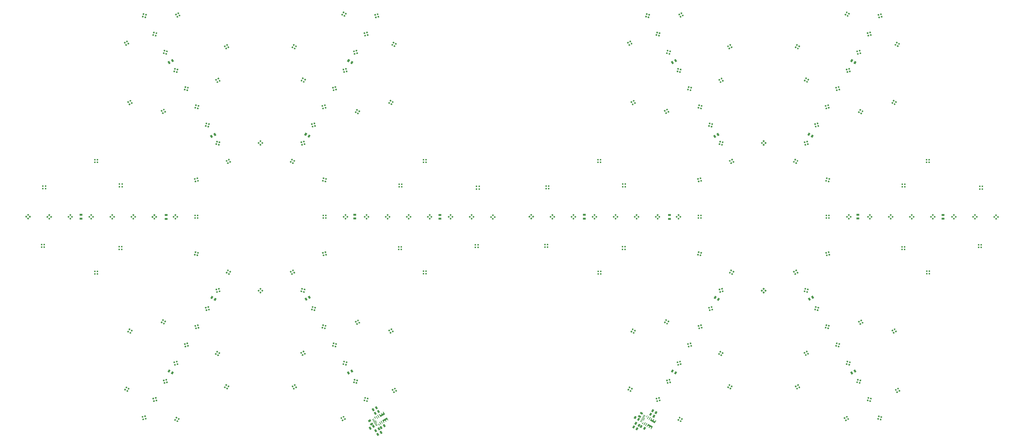
<source format=gbr>
G04 EAGLE Gerber RS-274X export*
G75*
%MOMM*%
%FSLAX34Y34*%
%LPD*%
%INSolderpaste Top*%
%IPPOS*%
%AMOC8*
5,1,8,0,0,1.08239X$1,22.5*%
G01*
%ADD10R,0.550000X0.550000*%
%ADD11R,0.700000X1.000000*%
%ADD12R,0.550000X0.550000*%
%ADD13R,1.000000X0.700000*%
%ADD14R,1.100000X0.250000*%
%ADD15R,0.700000X0.250000*%

G36*
X1351126Y179754D02*
X1351126Y179754D01*
X1351127Y179754D01*
X1368014Y189504D01*
X1368016Y189511D01*
X1362516Y199037D01*
X1362510Y199039D01*
X1362509Y199039D01*
X1360344Y197789D01*
X1360343Y197787D01*
X1360342Y197786D01*
X1360343Y197785D01*
X1360342Y197783D01*
X1360343Y197783D01*
X1360342Y197782D01*
X1362840Y193457D01*
X1357652Y190462D01*
X1355155Y194787D01*
X1355152Y194789D01*
X1355151Y194789D01*
X1355150Y194789D01*
X1355149Y194789D01*
X1355148Y194789D01*
X1352983Y193539D01*
X1352981Y193533D01*
X1352981Y193532D01*
X1355479Y189207D01*
X1350291Y186212D01*
X1347794Y190537D01*
X1347787Y190539D01*
X1345622Y189289D01*
X1345620Y189284D01*
X1345620Y189283D01*
X1345620Y189282D01*
X1351120Y179756D01*
X1351126Y179754D01*
X1351126Y179754D01*
G37*
G36*
X1363626Y158104D02*
X1363626Y158104D01*
X1363627Y158104D01*
X1365792Y159354D01*
X1365794Y159360D01*
X1363296Y163686D01*
X1368484Y166681D01*
X1370981Y162355D01*
X1370988Y162353D01*
X1370988Y162354D01*
X1373153Y163604D01*
X1373154Y163607D01*
X1373155Y163608D01*
X1373155Y163610D01*
X1370657Y167936D01*
X1375845Y170931D01*
X1378342Y166605D01*
X1378349Y166603D01*
X1378349Y166604D01*
X1380514Y167854D01*
X1380516Y167860D01*
X1375016Y177387D01*
X1375010Y177389D01*
X1375010Y177388D01*
X1375009Y177389D01*
X1358122Y167639D01*
X1358120Y167634D01*
X1358120Y167632D01*
X1363620Y158105D01*
X1363626Y158103D01*
X1363626Y158104D01*
G37*
G36*
X2354899Y156659D02*
X2354899Y156659D01*
X2354900Y156659D01*
X2360400Y166186D01*
X2360400Y166187D01*
X2360398Y166192D01*
X2360398Y166193D01*
X2358233Y167443D01*
X2358226Y167441D01*
X2355728Y163115D01*
X2350541Y166110D01*
X2353038Y170436D01*
X2353037Y170442D01*
X2353037Y170443D01*
X2350872Y171693D01*
X2350871Y171692D01*
X2350870Y171692D01*
X2350869Y171692D01*
X2350868Y171692D01*
X2350865Y171691D01*
X2348367Y167365D01*
X2343180Y170360D01*
X2345677Y174686D01*
X2345677Y174688D01*
X2345677Y174689D01*
X2345676Y174692D01*
X2345675Y174693D01*
X2343510Y175943D01*
X2343504Y175941D01*
X2338004Y166414D01*
X2338005Y166408D01*
X2354893Y156658D01*
X2354899Y156659D01*
G37*
G36*
X2342399Y135008D02*
X2342399Y135008D01*
X2342399Y135009D01*
X2342400Y135009D01*
X2347900Y144535D01*
X2347900Y144536D01*
X2347898Y144542D01*
X2331010Y154292D01*
X2331004Y154291D01*
X2331004Y154290D01*
X2325504Y144764D01*
X2325505Y144757D01*
X2327670Y143507D01*
X2327677Y143508D01*
X2327677Y143509D01*
X2330175Y147835D01*
X2335362Y144840D01*
X2332865Y140514D01*
X2332865Y140513D01*
X2332864Y140512D01*
X2332865Y140511D01*
X2332866Y140507D01*
X2332867Y140507D01*
X2335032Y139257D01*
X2335038Y139258D01*
X2335038Y139259D01*
X2337536Y143585D01*
X2342723Y140590D01*
X2340226Y136264D01*
X2340227Y136257D01*
X2340228Y136257D01*
X2342393Y135007D01*
X2342399Y135008D01*
G37*
G36*
X2310789Y153258D02*
X2310789Y153258D01*
X2310789Y153259D01*
X2310790Y153259D01*
X2314290Y159321D01*
X2314290Y159322D01*
X2314290Y159323D01*
X2314289Y159324D01*
X2314288Y159328D01*
X2314288Y159327D01*
X2314288Y159328D01*
X2313205Y159953D01*
X2313203Y159952D01*
X2313202Y159953D01*
X2311494Y159496D01*
X2311493Y159494D01*
X2311491Y159494D01*
X2308616Y154514D01*
X2308617Y154507D01*
X2308618Y154507D01*
X2310783Y153257D01*
X2310789Y153258D01*
G37*
G36*
X1346739Y148354D02*
X1346739Y148354D01*
X1348904Y149604D01*
X1348907Y149610D01*
X1348906Y149610D01*
X1345406Y155673D01*
X1345400Y155675D01*
X1345400Y155674D01*
X1345399Y155674D01*
X1344317Y155049D01*
X1344316Y155047D01*
X1344315Y155046D01*
X1343857Y153339D01*
X1343858Y153338D01*
X1343857Y153337D01*
X1343858Y153337D01*
X1343858Y153335D01*
X1346733Y148355D01*
X1346739Y148353D01*
X1346739Y148354D01*
G37*
D10*
G36*
X2527824Y513931D02*
X2522512Y512507D01*
X2521088Y517819D01*
X2526400Y519243D01*
X2527824Y513931D01*
G37*
G36*
X2530283Y504755D02*
X2524971Y503331D01*
X2523547Y508643D01*
X2528859Y510067D01*
X2530283Y504755D01*
G37*
G36*
X2521106Y502296D02*
X2515794Y500872D01*
X2514370Y506184D01*
X2519682Y507608D01*
X2521106Y502296D01*
G37*
G36*
X2518648Y511472D02*
X2513336Y510048D01*
X2511912Y515360D01*
X2517224Y516784D01*
X2518648Y511472D01*
G37*
G36*
X2489350Y447371D02*
X2484038Y445947D01*
X2482614Y451259D01*
X2487926Y452683D01*
X2489350Y447371D01*
G37*
G36*
X2491808Y438194D02*
X2486496Y436770D01*
X2485072Y442082D01*
X2490384Y443506D01*
X2491808Y438194D01*
G37*
G36*
X2482632Y435736D02*
X2477320Y434312D01*
X2475896Y439624D01*
X2481208Y441048D01*
X2482632Y435736D01*
G37*
G36*
X2480173Y444912D02*
X2474861Y443488D01*
X2473437Y448800D01*
X2478749Y450224D01*
X2480173Y444912D01*
G37*
G36*
X2450839Y380674D02*
X2445527Y379250D01*
X2444103Y384562D01*
X2449415Y385986D01*
X2450839Y380674D01*
G37*
G36*
X2453297Y371497D02*
X2447985Y370073D01*
X2446561Y375385D01*
X2451873Y376809D01*
X2453297Y371497D01*
G37*
G36*
X2444121Y369038D02*
X2438809Y367614D01*
X2437385Y372926D01*
X2442697Y374350D01*
X2444121Y369038D01*
G37*
G36*
X2441662Y378215D02*
X2436350Y376791D01*
X2434926Y382103D01*
X2440238Y383527D01*
X2441662Y378215D01*
G37*
G36*
X2412364Y314113D02*
X2407052Y312689D01*
X2405628Y318001D01*
X2410940Y319425D01*
X2412364Y314113D01*
G37*
G36*
X2414823Y304937D02*
X2409511Y303513D01*
X2408087Y308825D01*
X2413399Y310249D01*
X2414823Y304937D01*
G37*
G36*
X2405647Y302478D02*
X2400335Y301054D01*
X2398911Y306366D01*
X2404223Y307790D01*
X2405647Y302478D01*
G37*
G36*
X2403188Y311654D02*
X2397876Y310230D01*
X2396452Y315542D01*
X2401764Y316966D01*
X2403188Y311654D01*
G37*
G36*
X2272292Y279403D02*
X2267530Y282153D01*
X2270280Y286915D01*
X2275042Y284165D01*
X2272292Y279403D01*
G37*
G36*
X2267542Y271176D02*
X2262780Y273926D01*
X2265530Y278688D01*
X2270292Y275938D01*
X2267542Y271176D01*
G37*
G36*
X2259315Y275926D02*
X2254553Y278676D01*
X2257303Y283438D01*
X2262065Y280688D01*
X2259315Y275926D01*
G37*
G36*
X2264065Y284153D02*
X2259303Y286903D01*
X2262053Y291665D01*
X2266815Y288915D01*
X2264065Y284153D01*
G37*
G36*
X2449951Y178195D02*
X2447201Y173433D01*
X2442439Y176183D01*
X2445189Y180945D01*
X2449951Y178195D01*
G37*
G36*
X2458179Y173445D02*
X2455429Y168683D01*
X2450667Y171433D01*
X2453417Y176195D01*
X2458179Y173445D01*
G37*
G36*
X2453429Y165218D02*
X2450679Y160456D01*
X2445917Y163206D01*
X2448667Y167968D01*
X2453429Y165218D01*
G37*
G36*
X2445201Y169968D02*
X2442451Y165206D01*
X2437689Y167956D01*
X2440439Y172718D01*
X2445201Y169968D01*
G37*
G36*
X2374032Y247506D02*
X2368720Y246082D01*
X2367296Y251394D01*
X2372608Y252818D01*
X2374032Y247506D01*
G37*
G36*
X2376491Y238329D02*
X2371179Y236905D01*
X2369755Y242217D01*
X2375067Y243641D01*
X2376491Y238329D01*
G37*
G36*
X2367315Y235871D02*
X2362003Y234447D01*
X2360579Y239759D01*
X2365891Y241183D01*
X2367315Y235871D01*
G37*
G36*
X2364856Y245047D02*
X2359544Y243623D01*
X2358120Y248935D01*
X2363432Y250359D01*
X2364856Y245047D01*
G37*
D11*
G36*
X2418695Y354101D02*
X2424757Y350601D01*
X2419757Y341941D01*
X2413695Y345441D01*
X2418695Y354101D01*
G37*
G36*
X2430819Y347101D02*
X2436881Y343601D01*
X2431881Y334941D01*
X2425819Y338441D01*
X2430819Y347101D01*
G37*
D10*
G36*
X2519164Y769829D02*
X2520588Y775141D01*
X2525900Y773717D01*
X2524476Y768405D01*
X2519164Y769829D01*
G37*
G36*
X2509987Y772288D02*
X2511411Y777600D01*
X2516723Y776176D01*
X2515299Y770864D01*
X2509987Y772288D01*
G37*
G36*
X2512446Y781464D02*
X2513870Y786776D01*
X2519182Y785352D01*
X2517758Y780040D01*
X2512446Y781464D01*
G37*
G36*
X2521622Y779006D02*
X2523046Y784318D01*
X2528358Y782894D01*
X2526934Y777582D01*
X2521622Y779006D01*
G37*
G36*
X2643928Y707872D02*
X2639166Y710622D01*
X2641916Y715384D01*
X2646678Y712634D01*
X2643928Y707872D01*
G37*
G36*
X2639178Y699645D02*
X2634416Y702395D01*
X2637166Y707157D01*
X2641928Y704407D01*
X2639178Y699645D01*
G37*
G36*
X2630951Y704395D02*
X2626189Y707145D01*
X2628939Y711907D01*
X2633701Y709157D01*
X2630951Y704395D01*
G37*
G36*
X2635701Y712622D02*
X2630939Y715372D01*
X2633689Y720134D01*
X2638451Y717384D01*
X2635701Y712622D01*
G37*
G36*
X2604711Y647159D02*
X2599399Y645735D01*
X2597975Y651047D01*
X2603287Y652471D01*
X2604711Y647159D01*
G37*
G36*
X2607170Y637983D02*
X2601858Y636559D01*
X2600434Y641871D01*
X2605746Y643295D01*
X2607170Y637983D01*
G37*
G36*
X2597993Y635524D02*
X2592681Y634100D01*
X2591257Y639412D01*
X2596569Y640836D01*
X2597993Y635524D01*
G37*
G36*
X2595535Y644701D02*
X2590223Y643277D01*
X2588799Y648589D01*
X2594111Y650013D01*
X2595535Y644701D01*
G37*
G36*
X2566286Y580512D02*
X2560974Y579088D01*
X2559550Y584400D01*
X2564862Y585824D01*
X2566286Y580512D01*
G37*
G36*
X2568745Y571336D02*
X2563433Y569912D01*
X2562009Y575224D01*
X2567321Y576648D01*
X2568745Y571336D01*
G37*
G36*
X2559569Y568877D02*
X2554257Y567453D01*
X2552833Y572765D01*
X2558145Y574189D01*
X2559569Y568877D01*
G37*
G36*
X2557110Y578053D02*
X2551798Y576629D01*
X2550374Y581941D01*
X2555686Y583365D01*
X2557110Y578053D01*
G37*
G36*
X2406063Y525972D02*
X2401301Y528722D01*
X2404051Y533484D01*
X2408813Y530734D01*
X2406063Y525972D01*
G37*
G36*
X2401313Y517745D02*
X2396551Y520495D01*
X2399301Y525257D01*
X2404063Y522507D01*
X2401313Y517745D01*
G37*
G36*
X2393086Y522495D02*
X2388324Y525245D01*
X2391074Y530007D01*
X2395836Y527257D01*
X2393086Y522495D01*
G37*
G36*
X2397836Y530722D02*
X2393074Y533472D01*
X2395824Y538234D01*
X2400586Y535484D01*
X2397836Y530722D01*
G37*
G36*
X2283605Y492182D02*
X2278843Y494932D01*
X2281593Y499694D01*
X2286355Y496944D01*
X2283605Y492182D01*
G37*
G36*
X2278855Y483955D02*
X2274093Y486705D01*
X2276843Y491467D01*
X2281605Y488717D01*
X2278855Y483955D01*
G37*
G36*
X2270628Y488705D02*
X2265866Y491455D01*
X2268616Y496217D01*
X2273378Y493467D01*
X2270628Y488705D01*
G37*
G36*
X2275378Y496932D02*
X2270616Y499682D01*
X2273366Y504444D01*
X2278128Y501694D01*
X2275378Y496932D01*
G37*
G36*
X2598741Y419685D02*
X2595991Y414923D01*
X2591229Y417673D01*
X2593979Y422435D01*
X2598741Y419685D01*
G37*
G36*
X2606968Y414935D02*
X2604218Y410173D01*
X2599456Y412923D01*
X2602206Y417685D01*
X2606968Y414935D01*
G37*
G36*
X2602218Y406707D02*
X2599468Y401945D01*
X2594706Y404695D01*
X2597456Y409457D01*
X2602218Y406707D01*
G37*
G36*
X2593991Y411457D02*
X2591241Y406695D01*
X2586479Y409445D01*
X2589229Y414207D01*
X2593991Y411457D01*
G37*
D11*
G36*
X2575340Y623611D02*
X2581402Y620111D01*
X2576402Y611451D01*
X2570340Y614951D01*
X2575340Y623611D01*
G37*
G36*
X2587464Y616611D02*
X2593526Y613111D01*
X2588526Y604451D01*
X2582464Y607951D01*
X2587464Y616611D01*
G37*
D10*
G36*
X2632050Y297711D02*
X2629300Y292949D01*
X2624538Y295699D01*
X2627288Y300461D01*
X2632050Y297711D01*
G37*
G36*
X2640277Y292961D02*
X2637527Y288199D01*
X2632765Y290949D01*
X2635515Y295711D01*
X2640277Y292961D01*
G37*
G36*
X2635527Y284734D02*
X2632777Y279972D01*
X2628015Y282722D01*
X2630765Y287484D01*
X2635527Y284734D01*
G37*
G36*
X2627300Y289484D02*
X2624550Y284722D01*
X2619788Y287472D01*
X2622538Y292234D01*
X2627300Y289484D01*
G37*
G36*
X2295186Y908909D02*
X2291297Y912798D01*
X2295186Y916687D01*
X2299075Y912798D01*
X2295186Y908909D01*
G37*
G36*
X2288468Y902191D02*
X2284579Y906080D01*
X2288468Y909969D01*
X2292357Y906080D01*
X2288468Y902191D01*
G37*
G36*
X2281751Y908909D02*
X2277862Y912798D01*
X2281751Y916687D01*
X2285640Y912798D01*
X2281751Y908909D01*
G37*
G36*
X2288468Y915627D02*
X2284579Y919516D01*
X2288468Y923405D01*
X2292357Y919516D01*
X2288468Y915627D01*
G37*
G36*
X2218305Y908949D02*
X2214416Y912838D01*
X2218305Y916727D01*
X2222194Y912838D01*
X2218305Y908949D01*
G37*
G36*
X2211588Y902231D02*
X2207699Y906120D01*
X2211588Y910009D01*
X2215477Y906120D01*
X2211588Y902231D01*
G37*
G36*
X2204870Y908949D02*
X2200981Y912838D01*
X2204870Y916727D01*
X2208759Y912838D01*
X2204870Y908949D01*
G37*
G36*
X2211588Y915666D02*
X2207699Y919555D01*
X2211588Y923444D01*
X2215477Y919555D01*
X2211588Y915666D01*
G37*
G36*
X2141288Y908951D02*
X2137399Y912840D01*
X2141288Y916729D01*
X2145177Y912840D01*
X2141288Y908951D01*
G37*
G36*
X2134571Y902234D02*
X2130682Y906123D01*
X2134571Y910012D01*
X2138460Y906123D01*
X2134571Y902234D01*
G37*
G36*
X2127853Y908951D02*
X2123964Y912840D01*
X2127853Y916729D01*
X2131742Y912840D01*
X2127853Y908951D01*
G37*
G36*
X2134571Y915669D02*
X2130682Y919558D01*
X2134571Y923447D01*
X2138460Y919558D01*
X2134571Y915669D01*
G37*
G36*
X2064408Y908991D02*
X2060519Y912880D01*
X2064408Y916769D01*
X2068297Y912880D01*
X2064408Y908991D01*
G37*
G36*
X2057691Y902273D02*
X2053802Y906162D01*
X2057691Y910051D01*
X2061580Y906162D01*
X2057691Y902273D01*
G37*
G36*
X2050973Y908991D02*
X2047084Y912880D01*
X2050973Y916769D01*
X2054862Y912880D01*
X2050973Y908991D01*
G37*
G36*
X2057691Y915708D02*
X2053802Y919597D01*
X2057691Y923486D01*
X2061580Y919597D01*
X2057691Y915708D01*
G37*
D12*
X1967063Y1015692D03*
X1957563Y1015692D03*
X1957563Y1025192D03*
X1967063Y1025192D03*
X1962745Y811231D03*
X1962745Y801731D03*
X1953245Y801731D03*
X1953245Y811231D03*
D10*
G36*
X1987559Y908884D02*
X1983670Y912773D01*
X1987559Y916662D01*
X1991448Y912773D01*
X1987559Y908884D01*
G37*
G36*
X1980841Y902166D02*
X1976952Y906055D01*
X1980841Y909944D01*
X1984730Y906055D01*
X1980841Y902166D01*
G37*
G36*
X1974124Y908884D02*
X1970235Y912773D01*
X1974124Y916662D01*
X1978013Y912773D01*
X1974124Y908884D01*
G37*
G36*
X1980841Y915601D02*
X1976952Y919490D01*
X1980841Y923379D01*
X1984730Y919490D01*
X1980841Y915601D01*
G37*
D13*
X2097204Y920003D03*
X2097204Y906003D03*
D10*
G36*
X1909975Y909617D02*
X1906086Y913506D01*
X1909975Y917395D01*
X1913864Y913506D01*
X1909975Y909617D01*
G37*
G36*
X1903257Y902900D02*
X1899368Y906789D01*
X1903257Y910678D01*
X1907146Y906789D01*
X1903257Y902900D01*
G37*
G36*
X1896540Y909617D02*
X1892651Y913506D01*
X1896540Y917395D01*
X1900429Y913506D01*
X1896540Y909617D01*
G37*
G36*
X1903257Y916335D02*
X1899368Y920224D01*
X1903257Y924113D01*
X1907146Y920224D01*
X1903257Y916335D01*
G37*
G36*
X2512470Y1044358D02*
X2517782Y1045782D01*
X2519206Y1040470D01*
X2513894Y1039046D01*
X2512470Y1044358D01*
G37*
G36*
X2510011Y1053534D02*
X2515323Y1054958D01*
X2516747Y1049646D01*
X2511435Y1048222D01*
X2510011Y1053534D01*
G37*
G36*
X2519187Y1055993D02*
X2524499Y1057417D01*
X2525923Y1052105D01*
X2520611Y1050681D01*
X2519187Y1055993D01*
G37*
G36*
X2521646Y1046816D02*
X2526958Y1048240D01*
X2528382Y1042928D01*
X2523070Y1041504D01*
X2521646Y1046816D01*
G37*
D12*
X2523946Y908080D03*
X2514446Y908080D03*
X2514446Y917580D03*
X2523946Y917580D03*
D10*
G36*
X2449008Y908937D02*
X2445119Y912826D01*
X2449008Y916715D01*
X2452897Y912826D01*
X2449008Y908937D01*
G37*
G36*
X2442290Y902220D02*
X2438401Y906109D01*
X2442290Y909998D01*
X2446179Y906109D01*
X2442290Y902220D01*
G37*
G36*
X2435573Y908937D02*
X2431684Y912826D01*
X2435573Y916715D01*
X2439462Y912826D01*
X2435573Y908937D01*
G37*
G36*
X2442290Y915655D02*
X2438401Y919544D01*
X2442290Y923433D01*
X2446179Y919544D01*
X2442290Y915655D01*
G37*
G36*
X2372078Y908890D02*
X2368189Y912779D01*
X2372078Y916668D01*
X2375967Y912779D01*
X2372078Y908890D01*
G37*
G36*
X2365360Y902172D02*
X2361471Y906061D01*
X2365360Y909950D01*
X2369249Y906061D01*
X2365360Y902172D01*
G37*
G36*
X2358643Y908890D02*
X2354754Y912779D01*
X2358643Y916668D01*
X2362532Y912779D01*
X2358643Y908890D01*
G37*
G36*
X2365360Y915608D02*
X2361471Y919497D01*
X2365360Y923386D01*
X2369249Y919497D01*
X2365360Y915608D01*
G37*
D12*
X2247483Y1023127D03*
X2237983Y1023127D03*
X2237983Y1032627D03*
X2247483Y1032627D03*
X2156991Y1112283D03*
X2147491Y1112283D03*
X2147491Y1121783D03*
X2156991Y1121783D03*
X2246275Y803120D03*
X2246275Y793620D03*
X2236775Y793620D03*
X2236775Y803120D03*
D13*
X2408930Y919099D03*
X2408930Y905099D03*
D12*
X2157298Y713287D03*
X2157298Y703787D03*
X2147798Y703787D03*
X2147798Y713287D03*
D10*
G36*
X2520928Y1307869D02*
X2522352Y1313181D01*
X2527664Y1311757D01*
X2526240Y1306445D01*
X2520928Y1307869D01*
G37*
G36*
X2511751Y1310328D02*
X2513175Y1315640D01*
X2518487Y1314216D01*
X2517063Y1308904D01*
X2511751Y1310328D01*
G37*
G36*
X2514210Y1319504D02*
X2515634Y1324816D01*
X2520946Y1323392D01*
X2519522Y1318080D01*
X2514210Y1319504D01*
G37*
G36*
X2523386Y1317046D02*
X2524810Y1322358D01*
X2530122Y1320934D01*
X2528698Y1315622D01*
X2523386Y1317046D01*
G37*
G36*
X2482522Y1374469D02*
X2483946Y1379781D01*
X2489258Y1378357D01*
X2487834Y1373045D01*
X2482522Y1374469D01*
G37*
G36*
X2473345Y1376928D02*
X2474769Y1382240D01*
X2480081Y1380816D01*
X2478657Y1375504D01*
X2473345Y1376928D01*
G37*
G36*
X2475804Y1386104D02*
X2477228Y1391416D01*
X2482540Y1389992D01*
X2481116Y1384680D01*
X2475804Y1386104D01*
G37*
G36*
X2484980Y1383646D02*
X2486404Y1388958D01*
X2491716Y1387534D01*
X2490292Y1382222D01*
X2484980Y1383646D01*
G37*
G36*
X2444016Y1441169D02*
X2445440Y1446481D01*
X2450752Y1445057D01*
X2449328Y1439745D01*
X2444016Y1441169D01*
G37*
G36*
X2434839Y1443628D02*
X2436263Y1448940D01*
X2441575Y1447516D01*
X2440151Y1442204D01*
X2434839Y1443628D01*
G37*
G36*
X2437298Y1452804D02*
X2438722Y1458116D01*
X2444034Y1456692D01*
X2442610Y1451380D01*
X2437298Y1452804D01*
G37*
G36*
X2446475Y1450346D02*
X2447899Y1455658D01*
X2453211Y1454234D01*
X2451787Y1448922D01*
X2446475Y1450346D01*
G37*
G36*
X2405610Y1507769D02*
X2407034Y1513081D01*
X2412346Y1511657D01*
X2410922Y1506345D01*
X2405610Y1507769D01*
G37*
G36*
X2396434Y1510228D02*
X2397858Y1515540D01*
X2403170Y1514116D01*
X2401746Y1508804D01*
X2396434Y1510228D01*
G37*
G36*
X2398892Y1519404D02*
X2400316Y1524716D01*
X2405628Y1523292D01*
X2404204Y1517980D01*
X2398892Y1519404D01*
G37*
G36*
X2408069Y1516946D02*
X2409493Y1522258D01*
X2414805Y1520834D01*
X2413381Y1515522D01*
X2408069Y1516946D01*
G37*
G36*
X2445587Y1646429D02*
X2450349Y1649179D01*
X2453099Y1644417D01*
X2448337Y1641667D01*
X2445587Y1646429D01*
G37*
G36*
X2440837Y1654656D02*
X2445599Y1657406D01*
X2448349Y1652644D01*
X2443587Y1649894D01*
X2440837Y1654656D01*
G37*
G36*
X2449064Y1659406D02*
X2453826Y1662156D01*
X2456576Y1657394D01*
X2451814Y1654644D01*
X2449064Y1659406D01*
G37*
G36*
X2453814Y1651179D02*
X2458576Y1653929D01*
X2461326Y1649167D01*
X2456564Y1646417D01*
X2453814Y1651179D01*
G37*
G36*
X2269109Y1543176D02*
X2266359Y1547938D01*
X2271121Y1550688D01*
X2273871Y1545926D01*
X2269109Y1543176D01*
G37*
G36*
X2260882Y1538426D02*
X2258132Y1543188D01*
X2262894Y1545938D01*
X2265644Y1541176D01*
X2260882Y1538426D01*
G37*
G36*
X2256132Y1546653D02*
X2253382Y1551415D01*
X2258144Y1554165D01*
X2260894Y1549403D01*
X2256132Y1546653D01*
G37*
G36*
X2264359Y1551403D02*
X2261609Y1556165D01*
X2266371Y1558915D01*
X2269121Y1554153D01*
X2264359Y1551403D01*
G37*
G36*
X2367092Y1574269D02*
X2368516Y1579581D01*
X2373828Y1578157D01*
X2372404Y1572845D01*
X2367092Y1574269D01*
G37*
G36*
X2357916Y1576728D02*
X2359340Y1582040D01*
X2364652Y1580616D01*
X2363228Y1575304D01*
X2357916Y1576728D01*
G37*
G36*
X2360375Y1585904D02*
X2361799Y1591216D01*
X2367111Y1589792D01*
X2365687Y1584480D01*
X2360375Y1585904D01*
G37*
G36*
X2369551Y1583446D02*
X2370975Y1588758D01*
X2376287Y1587334D01*
X2374863Y1582022D01*
X2369551Y1583446D01*
G37*
D11*
G36*
X2437076Y1482293D02*
X2431014Y1478793D01*
X2426014Y1487453D01*
X2432076Y1490953D01*
X2437076Y1482293D01*
G37*
G36*
X2424951Y1475293D02*
X2418889Y1471793D01*
X2413889Y1480453D01*
X2419951Y1483953D01*
X2424951Y1475293D01*
G37*
D10*
G36*
X2328936Y1641826D02*
X2330360Y1647138D01*
X2335672Y1645714D01*
X2334248Y1640402D01*
X2328936Y1641826D01*
G37*
G36*
X2319759Y1644285D02*
X2321183Y1649597D01*
X2326495Y1648173D01*
X2325071Y1642861D01*
X2319759Y1644285D01*
G37*
G36*
X2322218Y1653461D02*
X2323642Y1658773D01*
X2328954Y1657349D01*
X2327530Y1652037D01*
X2322218Y1653461D01*
G37*
G36*
X2331394Y1651002D02*
X2332818Y1656314D01*
X2338130Y1654890D01*
X2336706Y1649578D01*
X2331394Y1651002D01*
G37*
G36*
X2746872Y1187420D02*
X2750761Y1183531D01*
X2746872Y1179642D01*
X2742983Y1183531D01*
X2746872Y1187420D01*
G37*
G36*
X2753590Y1194137D02*
X2757479Y1190248D01*
X2753590Y1186359D01*
X2749701Y1190248D01*
X2753590Y1194137D01*
G37*
G36*
X2760307Y1187420D02*
X2764196Y1183531D01*
X2760307Y1179642D01*
X2756418Y1183531D01*
X2760307Y1187420D01*
G37*
G36*
X2753590Y1180702D02*
X2757479Y1176813D01*
X2753590Y1172924D01*
X2749701Y1176813D01*
X2753590Y1180702D01*
G37*
G36*
X2630834Y1110348D02*
X2635596Y1113098D01*
X2638346Y1108336D01*
X2633584Y1105586D01*
X2630834Y1110348D01*
G37*
G36*
X2626084Y1118576D02*
X2630846Y1121326D01*
X2633596Y1116564D01*
X2628834Y1113814D01*
X2626084Y1118576D01*
G37*
G36*
X2634311Y1123326D02*
X2639073Y1126076D01*
X2641823Y1121314D01*
X2637061Y1118564D01*
X2634311Y1123326D01*
G37*
G36*
X2639061Y1115098D02*
X2643823Y1117848D01*
X2646573Y1113086D01*
X2641811Y1110336D01*
X2639061Y1115098D01*
G37*
G36*
X2597863Y1174669D02*
X2599287Y1179981D01*
X2604599Y1178557D01*
X2603175Y1173245D01*
X2597863Y1174669D01*
G37*
G36*
X2588687Y1177128D02*
X2590111Y1182440D01*
X2595423Y1181016D01*
X2593999Y1175704D01*
X2588687Y1177128D01*
G37*
G36*
X2591146Y1186304D02*
X2592570Y1191616D01*
X2597882Y1190192D01*
X2596458Y1184880D01*
X2591146Y1186304D01*
G37*
G36*
X2600322Y1183846D02*
X2601746Y1189158D01*
X2607058Y1187734D01*
X2605634Y1182422D01*
X2600322Y1183846D01*
G37*
G36*
X2559357Y1241269D02*
X2560781Y1246581D01*
X2566093Y1245157D01*
X2564669Y1239845D01*
X2559357Y1241269D01*
G37*
G36*
X2550181Y1243728D02*
X2551605Y1249040D01*
X2556917Y1247616D01*
X2555493Y1242304D01*
X2550181Y1243728D01*
G37*
G36*
X2552640Y1252905D02*
X2554064Y1258217D01*
X2559376Y1256793D01*
X2557952Y1251481D01*
X2552640Y1252905D01*
G37*
G36*
X2561816Y1250446D02*
X2563240Y1255758D01*
X2568552Y1254334D01*
X2567128Y1249022D01*
X2561816Y1250446D01*
G37*
G36*
X2592236Y1407295D02*
X2596998Y1410045D01*
X2599748Y1405283D01*
X2594986Y1402533D01*
X2592236Y1407295D01*
G37*
G36*
X2587486Y1415522D02*
X2592248Y1418272D01*
X2594998Y1413510D01*
X2590236Y1410760D01*
X2587486Y1415522D01*
G37*
G36*
X2595713Y1420272D02*
X2600475Y1423022D01*
X2603225Y1418260D01*
X2598463Y1415510D01*
X2595713Y1420272D01*
G37*
G36*
X2600463Y1412045D02*
X2605225Y1414795D01*
X2607975Y1410033D01*
X2603213Y1407283D01*
X2600463Y1412045D01*
G37*
G36*
X2624202Y1530242D02*
X2628964Y1532992D01*
X2631714Y1528230D01*
X2626952Y1525480D01*
X2624202Y1530242D01*
G37*
G36*
X2619452Y1538469D02*
X2624214Y1541219D01*
X2626964Y1536457D01*
X2622202Y1533707D01*
X2619452Y1538469D01*
G37*
G36*
X2627679Y1543219D02*
X2632441Y1545969D01*
X2635191Y1541207D01*
X2630429Y1538457D01*
X2627679Y1543219D01*
G37*
G36*
X2632429Y1534992D02*
X2637191Y1537742D01*
X2639941Y1532980D01*
X2635179Y1530230D01*
X2632429Y1534992D01*
G37*
G36*
X2403851Y1293576D02*
X2401101Y1298338D01*
X2405863Y1301088D01*
X2408613Y1296326D01*
X2403851Y1293576D01*
G37*
G36*
X2395623Y1288826D02*
X2392873Y1293588D01*
X2397635Y1296338D01*
X2400385Y1291576D01*
X2395623Y1288826D01*
G37*
G36*
X2390873Y1297053D02*
X2388123Y1301815D01*
X2392885Y1304565D01*
X2395635Y1299803D01*
X2390873Y1297053D01*
G37*
G36*
X2399101Y1301803D02*
X2396351Y1306565D01*
X2401113Y1309315D01*
X2403863Y1304553D01*
X2399101Y1301803D01*
G37*
D11*
G36*
X2592156Y1211879D02*
X2586094Y1208379D01*
X2581094Y1217039D01*
X2587156Y1220539D01*
X2592156Y1211879D01*
G37*
G36*
X2580032Y1204879D02*
X2573970Y1201379D01*
X2568970Y1210039D01*
X2575032Y1213539D01*
X2580032Y1204879D01*
G37*
D10*
G36*
X2281564Y1325716D02*
X2278814Y1330478D01*
X2283576Y1333228D01*
X2286326Y1328466D01*
X2281564Y1325716D01*
G37*
G36*
X2273337Y1320966D02*
X2270587Y1325728D01*
X2275349Y1328478D01*
X2278099Y1323716D01*
X2273337Y1320966D01*
G37*
G36*
X2268587Y1329193D02*
X2265837Y1333955D01*
X2270599Y1336705D01*
X2273349Y1331943D01*
X2268587Y1329193D01*
G37*
G36*
X2276814Y1333943D02*
X2274064Y1338705D01*
X2278826Y1341455D01*
X2281576Y1336693D01*
X2276814Y1333943D01*
G37*
G36*
X2979308Y1311850D02*
X2984620Y1313274D01*
X2986044Y1307962D01*
X2980732Y1306538D01*
X2979308Y1311850D01*
G37*
G36*
X2976849Y1321026D02*
X2982161Y1322450D01*
X2983585Y1317138D01*
X2978273Y1315714D01*
X2976849Y1321026D01*
G37*
G36*
X2986026Y1323485D02*
X2991338Y1324909D01*
X2992762Y1319597D01*
X2987450Y1318173D01*
X2986026Y1323485D01*
G37*
G36*
X2988484Y1314309D02*
X2993796Y1315733D01*
X2995220Y1310421D01*
X2989908Y1308997D01*
X2988484Y1314309D01*
G37*
G36*
X3017782Y1378410D02*
X3023094Y1379834D01*
X3024518Y1374522D01*
X3019206Y1373098D01*
X3017782Y1378410D01*
G37*
G36*
X3015324Y1387587D02*
X3020636Y1389011D01*
X3022060Y1383699D01*
X3016748Y1382275D01*
X3015324Y1387587D01*
G37*
G36*
X3024500Y1390046D02*
X3029812Y1391470D01*
X3031236Y1386158D01*
X3025924Y1384734D01*
X3024500Y1390046D01*
G37*
G36*
X3026959Y1380869D02*
X3032271Y1382293D01*
X3033695Y1376981D01*
X3028383Y1375557D01*
X3026959Y1380869D01*
G37*
G36*
X3056293Y1445108D02*
X3061605Y1446532D01*
X3063029Y1441220D01*
X3057717Y1439796D01*
X3056293Y1445108D01*
G37*
G36*
X3053835Y1454284D02*
X3059147Y1455708D01*
X3060571Y1450396D01*
X3055259Y1448972D01*
X3053835Y1454284D01*
G37*
G36*
X3063011Y1456743D02*
X3068323Y1458167D01*
X3069747Y1452855D01*
X3064435Y1451431D01*
X3063011Y1456743D01*
G37*
G36*
X3065470Y1447566D02*
X3070782Y1448990D01*
X3072206Y1443678D01*
X3066894Y1442254D01*
X3065470Y1447566D01*
G37*
G36*
X3094768Y1511668D02*
X3100080Y1513092D01*
X3101504Y1507780D01*
X3096192Y1506356D01*
X3094768Y1511668D01*
G37*
G36*
X3092309Y1520844D02*
X3097621Y1522268D01*
X3099045Y1516956D01*
X3093733Y1515532D01*
X3092309Y1520844D01*
G37*
G36*
X3101485Y1523303D02*
X3106797Y1524727D01*
X3108221Y1519415D01*
X3102909Y1517991D01*
X3101485Y1523303D01*
G37*
G36*
X3103944Y1514127D02*
X3109256Y1515551D01*
X3110680Y1510239D01*
X3105368Y1508815D01*
X3103944Y1514127D01*
G37*
G36*
X3234840Y1546378D02*
X3239602Y1543628D01*
X3236852Y1538866D01*
X3232090Y1541616D01*
X3234840Y1546378D01*
G37*
G36*
X3239590Y1554605D02*
X3244352Y1551855D01*
X3241602Y1547093D01*
X3236840Y1549843D01*
X3239590Y1554605D01*
G37*
G36*
X3247817Y1549855D02*
X3252579Y1547105D01*
X3249829Y1542343D01*
X3245067Y1545093D01*
X3247817Y1549855D01*
G37*
G36*
X3243067Y1541628D02*
X3247829Y1538878D01*
X3245079Y1534116D01*
X3240317Y1536866D01*
X3243067Y1541628D01*
G37*
G36*
X3057181Y1647586D02*
X3059931Y1652348D01*
X3064693Y1649598D01*
X3061943Y1644836D01*
X3057181Y1647586D01*
G37*
G36*
X3048953Y1652336D02*
X3051703Y1657098D01*
X3056465Y1654348D01*
X3053715Y1649586D01*
X3048953Y1652336D01*
G37*
G36*
X3053703Y1660563D02*
X3056453Y1665325D01*
X3061215Y1662575D01*
X3058465Y1657813D01*
X3053703Y1660563D01*
G37*
G36*
X3061931Y1655813D02*
X3064681Y1660575D01*
X3069443Y1657825D01*
X3066693Y1653063D01*
X3061931Y1655813D01*
G37*
G36*
X3133100Y1578275D02*
X3138412Y1579699D01*
X3139836Y1574387D01*
X3134524Y1572963D01*
X3133100Y1578275D01*
G37*
G36*
X3130641Y1587452D02*
X3135953Y1588876D01*
X3137377Y1583564D01*
X3132065Y1582140D01*
X3130641Y1587452D01*
G37*
G36*
X3139817Y1589910D02*
X3145129Y1591334D01*
X3146553Y1586022D01*
X3141241Y1584598D01*
X3139817Y1589910D01*
G37*
G36*
X3142276Y1580734D02*
X3147588Y1582158D01*
X3149012Y1576846D01*
X3143700Y1575422D01*
X3142276Y1580734D01*
G37*
D11*
G36*
X3088437Y1471680D02*
X3082375Y1475180D01*
X3087375Y1483840D01*
X3093437Y1480340D01*
X3088437Y1471680D01*
G37*
G36*
X3076313Y1478680D02*
X3070251Y1482180D01*
X3075251Y1490840D01*
X3081313Y1487340D01*
X3076313Y1478680D01*
G37*
D10*
G36*
X3172527Y1645098D02*
X3177839Y1646522D01*
X3179263Y1641210D01*
X3173951Y1639786D01*
X3172527Y1645098D01*
G37*
G36*
X3170068Y1654274D02*
X3175380Y1655698D01*
X3176804Y1650386D01*
X3171492Y1648962D01*
X3170068Y1654274D01*
G37*
G36*
X3179244Y1656733D02*
X3184556Y1658157D01*
X3185980Y1652845D01*
X3180668Y1651421D01*
X3179244Y1656733D01*
G37*
G36*
X3181703Y1647557D02*
X3187015Y1648981D01*
X3188439Y1643669D01*
X3183127Y1642245D01*
X3181703Y1647557D01*
G37*
G36*
X2987968Y1055952D02*
X2986544Y1050640D01*
X2981232Y1052064D01*
X2982656Y1057376D01*
X2987968Y1055952D01*
G37*
G36*
X2997145Y1053493D02*
X2995721Y1048181D01*
X2990409Y1049605D01*
X2991833Y1054917D01*
X2997145Y1053493D01*
G37*
G36*
X2994686Y1044317D02*
X2993262Y1039005D01*
X2987950Y1040429D01*
X2989374Y1045741D01*
X2994686Y1044317D01*
G37*
G36*
X2985510Y1046776D02*
X2984086Y1041464D01*
X2978774Y1042888D01*
X2980198Y1048200D01*
X2985510Y1046776D01*
G37*
G36*
X2863204Y1117909D02*
X2867966Y1115159D01*
X2865216Y1110397D01*
X2860454Y1113147D01*
X2863204Y1117909D01*
G37*
G36*
X2867954Y1126136D02*
X2872716Y1123386D01*
X2869966Y1118624D01*
X2865204Y1121374D01*
X2867954Y1126136D01*
G37*
G36*
X2876181Y1121386D02*
X2880943Y1118636D01*
X2878193Y1113874D01*
X2873431Y1116624D01*
X2876181Y1121386D01*
G37*
G36*
X2871431Y1113159D02*
X2876193Y1110409D01*
X2873443Y1105647D01*
X2868681Y1108397D01*
X2871431Y1113159D01*
G37*
G36*
X2902421Y1178622D02*
X2907733Y1180046D01*
X2909157Y1174734D01*
X2903845Y1173310D01*
X2902421Y1178622D01*
G37*
G36*
X2899962Y1187798D02*
X2905274Y1189222D01*
X2906698Y1183910D01*
X2901386Y1182486D01*
X2899962Y1187798D01*
G37*
G36*
X2909139Y1190257D02*
X2914451Y1191681D01*
X2915875Y1186369D01*
X2910563Y1184945D01*
X2909139Y1190257D01*
G37*
G36*
X2911598Y1181081D02*
X2916910Y1182505D01*
X2918334Y1177193D01*
X2913022Y1175769D01*
X2911598Y1181081D01*
G37*
G36*
X2940846Y1245269D02*
X2946158Y1246693D01*
X2947582Y1241381D01*
X2942270Y1239957D01*
X2940846Y1245269D01*
G37*
G36*
X2938387Y1254445D02*
X2943699Y1255869D01*
X2945123Y1250557D01*
X2939811Y1249133D01*
X2938387Y1254445D01*
G37*
G36*
X2947563Y1256904D02*
X2952875Y1258328D01*
X2954299Y1253016D01*
X2948987Y1251592D01*
X2947563Y1256904D01*
G37*
G36*
X2950022Y1247728D02*
X2955334Y1249152D01*
X2956758Y1243840D01*
X2951446Y1242416D01*
X2950022Y1247728D01*
G37*
G36*
X3101069Y1299809D02*
X3105831Y1297059D01*
X3103081Y1292297D01*
X3098319Y1295047D01*
X3101069Y1299809D01*
G37*
G36*
X3105819Y1308036D02*
X3110581Y1305286D01*
X3107831Y1300524D01*
X3103069Y1303274D01*
X3105819Y1308036D01*
G37*
G36*
X3114046Y1303286D02*
X3118808Y1300536D01*
X3116058Y1295774D01*
X3111296Y1298524D01*
X3114046Y1303286D01*
G37*
G36*
X3109296Y1295059D02*
X3114058Y1292309D01*
X3111308Y1287547D01*
X3106546Y1290297D01*
X3109296Y1295059D01*
G37*
G36*
X3223527Y1333599D02*
X3228289Y1330849D01*
X3225539Y1326087D01*
X3220777Y1328837D01*
X3223527Y1333599D01*
G37*
G36*
X3228277Y1341827D02*
X3233039Y1339077D01*
X3230289Y1334315D01*
X3225527Y1337065D01*
X3228277Y1341827D01*
G37*
G36*
X3236504Y1337077D02*
X3241266Y1334327D01*
X3238516Y1329565D01*
X3233754Y1332315D01*
X3236504Y1337077D01*
G37*
G36*
X3231754Y1328849D02*
X3236516Y1326099D01*
X3233766Y1321337D01*
X3229004Y1324087D01*
X3231754Y1328849D01*
G37*
G36*
X2908391Y1406097D02*
X2911141Y1410859D01*
X2915903Y1408109D01*
X2913153Y1403347D01*
X2908391Y1406097D01*
G37*
G36*
X2900164Y1410847D02*
X2902914Y1415609D01*
X2907676Y1412859D01*
X2904926Y1408097D01*
X2900164Y1410847D01*
G37*
G36*
X2904914Y1419074D02*
X2907664Y1423836D01*
X2912426Y1421086D01*
X2909676Y1416324D01*
X2904914Y1419074D01*
G37*
G36*
X2913141Y1414324D02*
X2915891Y1419086D01*
X2920653Y1416336D01*
X2917903Y1411574D01*
X2913141Y1414324D01*
G37*
D11*
G36*
X2931792Y1202170D02*
X2925730Y1205670D01*
X2930730Y1214330D01*
X2936792Y1210830D01*
X2931792Y1202170D01*
G37*
G36*
X2919668Y1209170D02*
X2913606Y1212670D01*
X2918606Y1221330D01*
X2924668Y1217830D01*
X2919668Y1209170D01*
G37*
D10*
G36*
X2875082Y1528070D02*
X2877832Y1532832D01*
X2882594Y1530082D01*
X2879844Y1525320D01*
X2875082Y1528070D01*
G37*
G36*
X2866855Y1532820D02*
X2869605Y1537582D01*
X2874367Y1534832D01*
X2871617Y1530070D01*
X2866855Y1532820D01*
G37*
G36*
X2871605Y1541047D02*
X2874355Y1545809D01*
X2879117Y1543059D01*
X2876367Y1538297D01*
X2871605Y1541047D01*
G37*
G36*
X2879832Y1536297D02*
X2882582Y1541059D01*
X2887344Y1538309D01*
X2884594Y1533547D01*
X2879832Y1536297D01*
G37*
G36*
X3211946Y916872D02*
X3215835Y912983D01*
X3211946Y909094D01*
X3208057Y912983D01*
X3211946Y916872D01*
G37*
G36*
X3218664Y923590D02*
X3222553Y919701D01*
X3218664Y915812D01*
X3214775Y919701D01*
X3218664Y923590D01*
G37*
G36*
X3225381Y916872D02*
X3229270Y912983D01*
X3225381Y909094D01*
X3221492Y912983D01*
X3225381Y916872D01*
G37*
G36*
X3218664Y910155D02*
X3222553Y906266D01*
X3218664Y902377D01*
X3214775Y906266D01*
X3218664Y910155D01*
G37*
G36*
X3288827Y916833D02*
X3292716Y912944D01*
X3288827Y909055D01*
X3284938Y912944D01*
X3288827Y916833D01*
G37*
G36*
X3295544Y923550D02*
X3299433Y919661D01*
X3295544Y915772D01*
X3291655Y919661D01*
X3295544Y923550D01*
G37*
G36*
X3302262Y916833D02*
X3306151Y912944D01*
X3302262Y909055D01*
X3298373Y912944D01*
X3302262Y916833D01*
G37*
G36*
X3295544Y910115D02*
X3299433Y906226D01*
X3295544Y902337D01*
X3291655Y906226D01*
X3295544Y910115D01*
G37*
G36*
X3365844Y916830D02*
X3369733Y912941D01*
X3365844Y909052D01*
X3361955Y912941D01*
X3365844Y916830D01*
G37*
G36*
X3372561Y923547D02*
X3376450Y919658D01*
X3372561Y915769D01*
X3368672Y919658D01*
X3372561Y923547D01*
G37*
G36*
X3379279Y916830D02*
X3383168Y912941D01*
X3379279Y909052D01*
X3375390Y912941D01*
X3379279Y916830D01*
G37*
G36*
X3372561Y910112D02*
X3376450Y906223D01*
X3372561Y902334D01*
X3368672Y906223D01*
X3372561Y910112D01*
G37*
G36*
X3442724Y916790D02*
X3446613Y912901D01*
X3442724Y909012D01*
X3438835Y912901D01*
X3442724Y916790D01*
G37*
G36*
X3449441Y923508D02*
X3453330Y919619D01*
X3449441Y915730D01*
X3445552Y919619D01*
X3449441Y923508D01*
G37*
G36*
X3456159Y916790D02*
X3460048Y912901D01*
X3456159Y909012D01*
X3452270Y912901D01*
X3456159Y916790D01*
G37*
G36*
X3449441Y910073D02*
X3453330Y906184D01*
X3449441Y902295D01*
X3445552Y906184D01*
X3449441Y910073D01*
G37*
D12*
X3540069Y810090D03*
X3549569Y810090D03*
X3549569Y800590D03*
X3540069Y800590D03*
X3544387Y1014551D03*
X3544387Y1024051D03*
X3553887Y1024051D03*
X3553887Y1014551D03*
D10*
G36*
X3519573Y916898D02*
X3523462Y913009D01*
X3519573Y909120D01*
X3515684Y913009D01*
X3519573Y916898D01*
G37*
G36*
X3526291Y923615D02*
X3530180Y919726D01*
X3526291Y915837D01*
X3522402Y919726D01*
X3526291Y923615D01*
G37*
G36*
X3533008Y916898D02*
X3536897Y913009D01*
X3533008Y909120D01*
X3529119Y913009D01*
X3533008Y916898D01*
G37*
G36*
X3526291Y910180D02*
X3530180Y906291D01*
X3526291Y902402D01*
X3522402Y906291D01*
X3526291Y910180D01*
G37*
D13*
X3409928Y905778D03*
X3409928Y919778D03*
D10*
G36*
X3597157Y916164D02*
X3601046Y912275D01*
X3597157Y908386D01*
X3593268Y912275D01*
X3597157Y916164D01*
G37*
G36*
X3603875Y922881D02*
X3607764Y918992D01*
X3603875Y915103D01*
X3599986Y918992D01*
X3603875Y922881D01*
G37*
G36*
X3610592Y916164D02*
X3614481Y912275D01*
X3610592Y908386D01*
X3606703Y912275D01*
X3610592Y916164D01*
G37*
G36*
X3603875Y909446D02*
X3607764Y905557D01*
X3603875Y901668D01*
X3599986Y905557D01*
X3603875Y909446D01*
G37*
G36*
X2994662Y781424D02*
X2989350Y780000D01*
X2987926Y785312D01*
X2993238Y786736D01*
X2994662Y781424D01*
G37*
G36*
X2997121Y772247D02*
X2991809Y770823D01*
X2990385Y776135D01*
X2995697Y777559D01*
X2997121Y772247D01*
G37*
G36*
X2987945Y769788D02*
X2982633Y768364D01*
X2981209Y773676D01*
X2986521Y775100D01*
X2987945Y769788D01*
G37*
G36*
X2985486Y778965D02*
X2980174Y777541D01*
X2978750Y782853D01*
X2984062Y784277D01*
X2985486Y778965D01*
G37*
D12*
X2983186Y917701D03*
X2992686Y917701D03*
X2992686Y908201D03*
X2983186Y908201D03*
D10*
G36*
X3058124Y916844D02*
X3062013Y912955D01*
X3058124Y909066D01*
X3054235Y912955D01*
X3058124Y916844D01*
G37*
G36*
X3064842Y923562D02*
X3068731Y919673D01*
X3064842Y915784D01*
X3060953Y919673D01*
X3064842Y923562D01*
G37*
G36*
X3071559Y916844D02*
X3075448Y912955D01*
X3071559Y909066D01*
X3067670Y912955D01*
X3071559Y916844D01*
G37*
G36*
X3064842Y910127D02*
X3068731Y906238D01*
X3064842Y902349D01*
X3060953Y906238D01*
X3064842Y910127D01*
G37*
G36*
X3135054Y916891D02*
X3138943Y913002D01*
X3135054Y909113D01*
X3131165Y913002D01*
X3135054Y916891D01*
G37*
G36*
X3141772Y923609D02*
X3145661Y919720D01*
X3141772Y915831D01*
X3137883Y919720D01*
X3141772Y923609D01*
G37*
G36*
X3148489Y916891D02*
X3152378Y913002D01*
X3148489Y909113D01*
X3144600Y913002D01*
X3148489Y916891D01*
G37*
G36*
X3141772Y910174D02*
X3145661Y906285D01*
X3141772Y902396D01*
X3137883Y906285D01*
X3141772Y910174D01*
G37*
D12*
X3259649Y802655D03*
X3269149Y802655D03*
X3269149Y793155D03*
X3259649Y793155D03*
X3350141Y713498D03*
X3359641Y713498D03*
X3359641Y703998D03*
X3350141Y703998D03*
X3260857Y1022661D03*
X3260857Y1032161D03*
X3270357Y1032161D03*
X3270357Y1022661D03*
D13*
X3098202Y906682D03*
X3098202Y920682D03*
D12*
X3349834Y1112495D03*
X3349834Y1121995D03*
X3359334Y1121995D03*
X3359334Y1112495D03*
D10*
G36*
X2986204Y517912D02*
X2984780Y512600D01*
X2979468Y514024D01*
X2980892Y519336D01*
X2986204Y517912D01*
G37*
G36*
X2995381Y515453D02*
X2993957Y510141D01*
X2988645Y511565D01*
X2990069Y516877D01*
X2995381Y515453D01*
G37*
G36*
X2992922Y506277D02*
X2991498Y500965D01*
X2986186Y502389D01*
X2987610Y507701D01*
X2992922Y506277D01*
G37*
G36*
X2983746Y508735D02*
X2982322Y503423D01*
X2977010Y504847D01*
X2978434Y510159D01*
X2983746Y508735D01*
G37*
G36*
X3024610Y451312D02*
X3023186Y446000D01*
X3017874Y447424D01*
X3019298Y452736D01*
X3024610Y451312D01*
G37*
G36*
X3033787Y448853D02*
X3032363Y443541D01*
X3027051Y444965D01*
X3028475Y450277D01*
X3033787Y448853D01*
G37*
G36*
X3031328Y439677D02*
X3029904Y434365D01*
X3024592Y435789D01*
X3026016Y441101D01*
X3031328Y439677D01*
G37*
G36*
X3022152Y442135D02*
X3020728Y436823D01*
X3015416Y438247D01*
X3016840Y443559D01*
X3022152Y442135D01*
G37*
G36*
X3063116Y384612D02*
X3061692Y379300D01*
X3056380Y380724D01*
X3057804Y386036D01*
X3063116Y384612D01*
G37*
G36*
X3072293Y382153D02*
X3070869Y376841D01*
X3065557Y378265D01*
X3066981Y383577D01*
X3072293Y382153D01*
G37*
G36*
X3069834Y372977D02*
X3068410Y367665D01*
X3063098Y369089D01*
X3064522Y374401D01*
X3069834Y372977D01*
G37*
G36*
X3060657Y375435D02*
X3059233Y370123D01*
X3053921Y371547D01*
X3055345Y376859D01*
X3060657Y375435D01*
G37*
G36*
X3101522Y318012D02*
X3100098Y312700D01*
X3094786Y314124D01*
X3096210Y319436D01*
X3101522Y318012D01*
G37*
G36*
X3110698Y315553D02*
X3109274Y310241D01*
X3103962Y311665D01*
X3105386Y316977D01*
X3110698Y315553D01*
G37*
G36*
X3108240Y306377D02*
X3106816Y301065D01*
X3101504Y302489D01*
X3102928Y307801D01*
X3108240Y306377D01*
G37*
G36*
X3099063Y308835D02*
X3097639Y303523D01*
X3092327Y304947D01*
X3093751Y310259D01*
X3099063Y308835D01*
G37*
G36*
X3061545Y179352D02*
X3056783Y176602D01*
X3054033Y181364D01*
X3058795Y184114D01*
X3061545Y179352D01*
G37*
G36*
X3066295Y171125D02*
X3061533Y168375D01*
X3058783Y173137D01*
X3063545Y175887D01*
X3066295Y171125D01*
G37*
G36*
X3058068Y166375D02*
X3053306Y163625D01*
X3050556Y168387D01*
X3055318Y171137D01*
X3058068Y166375D01*
G37*
G36*
X3053318Y174602D02*
X3048556Y171852D01*
X3045806Y176614D01*
X3050568Y179364D01*
X3053318Y174602D01*
G37*
G36*
X3238023Y282605D02*
X3240773Y277843D01*
X3236011Y275093D01*
X3233261Y279855D01*
X3238023Y282605D01*
G37*
G36*
X3246250Y287355D02*
X3249000Y282593D01*
X3244238Y279843D01*
X3241488Y284605D01*
X3246250Y287355D01*
G37*
G36*
X3251000Y279128D02*
X3253750Y274366D01*
X3248988Y271616D01*
X3246238Y276378D01*
X3251000Y279128D01*
G37*
G36*
X3242773Y274378D02*
X3245523Y269616D01*
X3240761Y266866D01*
X3238011Y271628D01*
X3242773Y274378D01*
G37*
G36*
X3140040Y251512D02*
X3138616Y246200D01*
X3133304Y247624D01*
X3134728Y252936D01*
X3140040Y251512D01*
G37*
G36*
X3149216Y249053D02*
X3147792Y243741D01*
X3142480Y245165D01*
X3143904Y250477D01*
X3149216Y249053D01*
G37*
G36*
X3146757Y239877D02*
X3145333Y234565D01*
X3140021Y235989D01*
X3141445Y241301D01*
X3146757Y239877D01*
G37*
G36*
X3137581Y242335D02*
X3136157Y237023D01*
X3130845Y238447D01*
X3132269Y243759D01*
X3137581Y242335D01*
G37*
D11*
G36*
X3070056Y343488D02*
X3076118Y346988D01*
X3081118Y338328D01*
X3075056Y334828D01*
X3070056Y343488D01*
G37*
G36*
X3082181Y350488D02*
X3088243Y353988D01*
X3093243Y345328D01*
X3087181Y341828D01*
X3082181Y350488D01*
G37*
D10*
G36*
X3178196Y183955D02*
X3176772Y178643D01*
X3171460Y180067D01*
X3172884Y185379D01*
X3178196Y183955D01*
G37*
G36*
X3187373Y181497D02*
X3185949Y176185D01*
X3180637Y177609D01*
X3182061Y182921D01*
X3187373Y181497D01*
G37*
G36*
X3184914Y172320D02*
X3183490Y167008D01*
X3178178Y168432D01*
X3179602Y173744D01*
X3184914Y172320D01*
G37*
G36*
X3175738Y174779D02*
X3174314Y169467D01*
X3169002Y170891D01*
X3170426Y176203D01*
X3175738Y174779D01*
G37*
G36*
X2760260Y638361D02*
X2756371Y642250D01*
X2760260Y646139D01*
X2764149Y642250D01*
X2760260Y638361D01*
G37*
G36*
X2753542Y631644D02*
X2749653Y635533D01*
X2753542Y639422D01*
X2757431Y635533D01*
X2753542Y631644D01*
G37*
G36*
X2746825Y638361D02*
X2742936Y642250D01*
X2746825Y646139D01*
X2750714Y642250D01*
X2746825Y638361D01*
G37*
G36*
X2753542Y645079D02*
X2749653Y648968D01*
X2753542Y652857D01*
X2757431Y648968D01*
X2753542Y645079D01*
G37*
G36*
X2876298Y715433D02*
X2871536Y712683D01*
X2868786Y717445D01*
X2873548Y720195D01*
X2876298Y715433D01*
G37*
G36*
X2881048Y707206D02*
X2876286Y704456D01*
X2873536Y709218D01*
X2878298Y711968D01*
X2881048Y707206D01*
G37*
G36*
X2872821Y702456D02*
X2868059Y699706D01*
X2865309Y704468D01*
X2870071Y707218D01*
X2872821Y702456D01*
G37*
G36*
X2868071Y710683D02*
X2863309Y707933D01*
X2860559Y712695D01*
X2865321Y715445D01*
X2868071Y710683D01*
G37*
G36*
X2909269Y651112D02*
X2907845Y645800D01*
X2902533Y647224D01*
X2903957Y652536D01*
X2909269Y651112D01*
G37*
G36*
X2918445Y648653D02*
X2917021Y643341D01*
X2911709Y644765D01*
X2913133Y650077D01*
X2918445Y648653D01*
G37*
G36*
X2915986Y639477D02*
X2914562Y634165D01*
X2909250Y635589D01*
X2910674Y640901D01*
X2915986Y639477D01*
G37*
G36*
X2906810Y641935D02*
X2905386Y636623D01*
X2900074Y638047D01*
X2901498Y643359D01*
X2906810Y641935D01*
G37*
G36*
X2947775Y584512D02*
X2946351Y579200D01*
X2941039Y580624D01*
X2942463Y585936D01*
X2947775Y584512D01*
G37*
G36*
X2956951Y582053D02*
X2955527Y576741D01*
X2950215Y578165D01*
X2951639Y583477D01*
X2956951Y582053D01*
G37*
G36*
X2954492Y572877D02*
X2953068Y567565D01*
X2947756Y568989D01*
X2949180Y574301D01*
X2954492Y572877D01*
G37*
G36*
X2945316Y575335D02*
X2943892Y570023D01*
X2938580Y571447D01*
X2940004Y576759D01*
X2945316Y575335D01*
G37*
G36*
X2914896Y418486D02*
X2910134Y415736D01*
X2907384Y420498D01*
X2912146Y423248D01*
X2914896Y418486D01*
G37*
G36*
X2919646Y410259D02*
X2914884Y407509D01*
X2912134Y412271D01*
X2916896Y415021D01*
X2919646Y410259D01*
G37*
G36*
X2911419Y405509D02*
X2906657Y402759D01*
X2903907Y407521D01*
X2908669Y410271D01*
X2911419Y405509D01*
G37*
G36*
X2906669Y413736D02*
X2901907Y410986D01*
X2899157Y415748D01*
X2903919Y418498D01*
X2906669Y413736D01*
G37*
G36*
X2882930Y295539D02*
X2878168Y292789D01*
X2875418Y297551D01*
X2880180Y300301D01*
X2882930Y295539D01*
G37*
G36*
X2887680Y287312D02*
X2882918Y284562D01*
X2880168Y289324D01*
X2884930Y292074D01*
X2887680Y287312D01*
G37*
G36*
X2879453Y282562D02*
X2874691Y279812D01*
X2871941Y284574D01*
X2876703Y287324D01*
X2879453Y282562D01*
G37*
G36*
X2874703Y290789D02*
X2869941Y288039D01*
X2867191Y292801D01*
X2871953Y295551D01*
X2874703Y290789D01*
G37*
G36*
X3103281Y532205D02*
X3106031Y527443D01*
X3101269Y524693D01*
X3098519Y529455D01*
X3103281Y532205D01*
G37*
G36*
X3111509Y536955D02*
X3114259Y532193D01*
X3109497Y529443D01*
X3106747Y534205D01*
X3111509Y536955D01*
G37*
G36*
X3116259Y528728D02*
X3119009Y523966D01*
X3114247Y521216D01*
X3111497Y525978D01*
X3116259Y528728D01*
G37*
G36*
X3108031Y523978D02*
X3110781Y519216D01*
X3106019Y516466D01*
X3103269Y521228D01*
X3108031Y523978D01*
G37*
D11*
G36*
X2914976Y613903D02*
X2921038Y617403D01*
X2926038Y608743D01*
X2919976Y605243D01*
X2914976Y613903D01*
G37*
G36*
X2927100Y620903D02*
X2933162Y624403D01*
X2938162Y615743D01*
X2932100Y612243D01*
X2927100Y620903D01*
G37*
D10*
G36*
X3225568Y500065D02*
X3228318Y495303D01*
X3223556Y492553D01*
X3220806Y497315D01*
X3225568Y500065D01*
G37*
G36*
X3233795Y504815D02*
X3236545Y500053D01*
X3231783Y497303D01*
X3229033Y502065D01*
X3233795Y504815D01*
G37*
G36*
X3238545Y496588D02*
X3241295Y491826D01*
X3236533Y489076D01*
X3233783Y493838D01*
X3238545Y496588D01*
G37*
G36*
X3230318Y491838D02*
X3233068Y487076D01*
X3228306Y484326D01*
X3225556Y489088D01*
X3230318Y491838D01*
G37*
D11*
G36*
X2312521Y193967D02*
X2309021Y187905D01*
X2300361Y192905D01*
X2303861Y198967D01*
X2312521Y193967D01*
G37*
G36*
X2305521Y181843D02*
X2302021Y175781D01*
X2293361Y180781D01*
X2296861Y186843D01*
X2305521Y181843D01*
G37*
G36*
X2339503Y195502D02*
X2345565Y192002D01*
X2340565Y183342D01*
X2334503Y186842D01*
X2339503Y195502D01*
G37*
G36*
X2351627Y188502D02*
X2357689Y185002D01*
X2352689Y176342D01*
X2346627Y179842D01*
X2351627Y188502D01*
G37*
G36*
X2347123Y208700D02*
X2353185Y205200D01*
X2348185Y196540D01*
X2342123Y200040D01*
X2347123Y208700D01*
G37*
G36*
X2359247Y201700D02*
X2365309Y198200D01*
X2360309Y189540D01*
X2354247Y193040D01*
X2359247Y201700D01*
G37*
G36*
X2277547Y149150D02*
X2283609Y145650D01*
X2278609Y136990D01*
X2272547Y140490D01*
X2277547Y149150D01*
G37*
G36*
X2289671Y142150D02*
X2295733Y138650D01*
X2290733Y129990D01*
X2284671Y133490D01*
X2289671Y142150D01*
G37*
G36*
X2298353Y143188D02*
X2292291Y146688D01*
X2297291Y155348D01*
X2303353Y151848D01*
X2298353Y143188D01*
G37*
G36*
X2286229Y150188D02*
X2280167Y153688D01*
X2285167Y162348D01*
X2291229Y158848D01*
X2286229Y150188D01*
G37*
G36*
X2304964Y150918D02*
X2311026Y147418D01*
X2306026Y138758D01*
X2299964Y142258D01*
X2304964Y150918D01*
G37*
G36*
X2317088Y143918D02*
X2323150Y140418D01*
X2318150Y131758D01*
X2312088Y135258D01*
X2317088Y143918D01*
G37*
G36*
X2296244Y164936D02*
X2290182Y168436D01*
X2295182Y177096D01*
X2301244Y173596D01*
X2296244Y164936D01*
G37*
G36*
X2284120Y171936D02*
X2278058Y175436D01*
X2283058Y184096D01*
X2289120Y180596D01*
X2284120Y171936D01*
G37*
D14*
G36*
X2327543Y156287D02*
X2322044Y146761D01*
X2319879Y148011D01*
X2325378Y157537D01*
X2327543Y156287D01*
G37*
G36*
X2340043Y177938D02*
X2334544Y168412D01*
X2332379Y169662D01*
X2337878Y179188D01*
X2340043Y177938D01*
G37*
G36*
X2321914Y159537D02*
X2316415Y150011D01*
X2314250Y151261D01*
X2319749Y160787D01*
X2321914Y159537D01*
G37*
G36*
X2334414Y181188D02*
X2328915Y171662D01*
X2326750Y172912D01*
X2332249Y182438D01*
X2334414Y181188D01*
G37*
D15*
G36*
X2328785Y184438D02*
X2325286Y178376D01*
X2323121Y179626D01*
X2326620Y185688D01*
X2328785Y184438D01*
G37*
D14*
G36*
X2309753Y178972D02*
X2319279Y173473D01*
X2318029Y171308D01*
X2308503Y176807D01*
X2309753Y178972D01*
G37*
G36*
X2307253Y174642D02*
X2316779Y169143D01*
X2315529Y166978D01*
X2306003Y172477D01*
X2307253Y174642D01*
G37*
D15*
G36*
X2312253Y183302D02*
X2318315Y179803D01*
X2317065Y177638D01*
X2311003Y181137D01*
X2312253Y183302D01*
G37*
G36*
X2314753Y187632D02*
X2320815Y184133D01*
X2319565Y181968D01*
X2313503Y185467D01*
X2314753Y187632D01*
G37*
G36*
X2304753Y170312D02*
X2310815Y166813D01*
X2309565Y164648D01*
X2303503Y168147D01*
X2304753Y170312D01*
G37*
G36*
X2302253Y165981D02*
X2308315Y162482D01*
X2307065Y160317D01*
X2301003Y163816D01*
X2302253Y165981D01*
G37*
D10*
G36*
X1145072Y517903D02*
X1143648Y512591D01*
X1138336Y514015D01*
X1139760Y519327D01*
X1145072Y517903D01*
G37*
G36*
X1154249Y515444D02*
X1152825Y510132D01*
X1147513Y511556D01*
X1148937Y516868D01*
X1154249Y515444D01*
G37*
G36*
X1151790Y506268D02*
X1150366Y500956D01*
X1145054Y502380D01*
X1146478Y507692D01*
X1151790Y506268D01*
G37*
G36*
X1142614Y508727D02*
X1141190Y503415D01*
X1135878Y504839D01*
X1137302Y510151D01*
X1142614Y508727D01*
G37*
G36*
X1183478Y451303D02*
X1182054Y445991D01*
X1176742Y447415D01*
X1178166Y452727D01*
X1183478Y451303D01*
G37*
G36*
X1192655Y448844D02*
X1191231Y443532D01*
X1185919Y444956D01*
X1187343Y450268D01*
X1192655Y448844D01*
G37*
G36*
X1190196Y439668D02*
X1188772Y434356D01*
X1183460Y435780D01*
X1184884Y441092D01*
X1190196Y439668D01*
G37*
G36*
X1181020Y442127D02*
X1179596Y436815D01*
X1174284Y438239D01*
X1175708Y443551D01*
X1181020Y442127D01*
G37*
G36*
X1221984Y384603D02*
X1220560Y379291D01*
X1215248Y380715D01*
X1216672Y386027D01*
X1221984Y384603D01*
G37*
G36*
X1231161Y382144D02*
X1229737Y376832D01*
X1224425Y378256D01*
X1225849Y383568D01*
X1231161Y382144D01*
G37*
G36*
X1228702Y372968D02*
X1227278Y367656D01*
X1221966Y369080D01*
X1223390Y374392D01*
X1228702Y372968D01*
G37*
G36*
X1219525Y375427D02*
X1218101Y370115D01*
X1212789Y371539D01*
X1214213Y376851D01*
X1219525Y375427D01*
G37*
G36*
X1260390Y318003D02*
X1258966Y312691D01*
X1253654Y314115D01*
X1255078Y319427D01*
X1260390Y318003D01*
G37*
G36*
X1269566Y315544D02*
X1268142Y310232D01*
X1262830Y311656D01*
X1264254Y316968D01*
X1269566Y315544D01*
G37*
G36*
X1267108Y306368D02*
X1265684Y301056D01*
X1260372Y302480D01*
X1261796Y307792D01*
X1267108Y306368D01*
G37*
G36*
X1257931Y308827D02*
X1256507Y303515D01*
X1251195Y304939D01*
X1252619Y310251D01*
X1257931Y308827D01*
G37*
G36*
X1220413Y179343D02*
X1215651Y176593D01*
X1212901Y181355D01*
X1217663Y184105D01*
X1220413Y179343D01*
G37*
G36*
X1225163Y171116D02*
X1220401Y168366D01*
X1217651Y173128D01*
X1222413Y175878D01*
X1225163Y171116D01*
G37*
G36*
X1216936Y166366D02*
X1212174Y163616D01*
X1209424Y168378D01*
X1214186Y171128D01*
X1216936Y166366D01*
G37*
G36*
X1212186Y174593D02*
X1207424Y171843D01*
X1204674Y176605D01*
X1209436Y179355D01*
X1212186Y174593D01*
G37*
G36*
X1396891Y282596D02*
X1399641Y277834D01*
X1394879Y275084D01*
X1392129Y279846D01*
X1396891Y282596D01*
G37*
G36*
X1405118Y287346D02*
X1407868Y282584D01*
X1403106Y279834D01*
X1400356Y284596D01*
X1405118Y287346D01*
G37*
G36*
X1409868Y279119D02*
X1412618Y274357D01*
X1407856Y271607D01*
X1405106Y276369D01*
X1409868Y279119D01*
G37*
G36*
X1401641Y274369D02*
X1404391Y269607D01*
X1399629Y266857D01*
X1396879Y271619D01*
X1401641Y274369D01*
G37*
G36*
X1298908Y251503D02*
X1297484Y246191D01*
X1292172Y247615D01*
X1293596Y252927D01*
X1298908Y251503D01*
G37*
G36*
X1308084Y249044D02*
X1306660Y243732D01*
X1301348Y245156D01*
X1302772Y250468D01*
X1308084Y249044D01*
G37*
G36*
X1305625Y239868D02*
X1304201Y234556D01*
X1298889Y235980D01*
X1300313Y241292D01*
X1305625Y239868D01*
G37*
G36*
X1296449Y242327D02*
X1295025Y237015D01*
X1289713Y238439D01*
X1291137Y243751D01*
X1296449Y242327D01*
G37*
D11*
G36*
X1228924Y343480D02*
X1234986Y346980D01*
X1239986Y338320D01*
X1233924Y334820D01*
X1228924Y343480D01*
G37*
G36*
X1241049Y350480D02*
X1247111Y353980D01*
X1252111Y345320D01*
X1246049Y341820D01*
X1241049Y350480D01*
G37*
D10*
G36*
X919128Y638352D02*
X915239Y642241D01*
X919128Y646130D01*
X923017Y642241D01*
X919128Y638352D01*
G37*
G36*
X912410Y631635D02*
X908521Y635524D01*
X912410Y639413D01*
X916299Y635524D01*
X912410Y631635D01*
G37*
G36*
X905693Y638352D02*
X901804Y642241D01*
X905693Y646130D01*
X909582Y642241D01*
X905693Y638352D01*
G37*
G36*
X912410Y645070D02*
X908521Y648959D01*
X912410Y652848D01*
X916299Y648959D01*
X912410Y645070D01*
G37*
G36*
X1035166Y715424D02*
X1030404Y712674D01*
X1027654Y717436D01*
X1032416Y720186D01*
X1035166Y715424D01*
G37*
G36*
X1039916Y707197D02*
X1035154Y704447D01*
X1032404Y709209D01*
X1037166Y711959D01*
X1039916Y707197D01*
G37*
G36*
X1031689Y702447D02*
X1026927Y699697D01*
X1024177Y704459D01*
X1028939Y707209D01*
X1031689Y702447D01*
G37*
G36*
X1026939Y710674D02*
X1022177Y707924D01*
X1019427Y712686D01*
X1024189Y715436D01*
X1026939Y710674D01*
G37*
G36*
X1068137Y651103D02*
X1066713Y645791D01*
X1061401Y647215D01*
X1062825Y652527D01*
X1068137Y651103D01*
G37*
G36*
X1077313Y648644D02*
X1075889Y643332D01*
X1070577Y644756D01*
X1072001Y650068D01*
X1077313Y648644D01*
G37*
G36*
X1074854Y639468D02*
X1073430Y634156D01*
X1068118Y635580D01*
X1069542Y640892D01*
X1074854Y639468D01*
G37*
G36*
X1065678Y641927D02*
X1064254Y636615D01*
X1058942Y638039D01*
X1060366Y643351D01*
X1065678Y641927D01*
G37*
G36*
X1106643Y584503D02*
X1105219Y579191D01*
X1099907Y580615D01*
X1101331Y585927D01*
X1106643Y584503D01*
G37*
G36*
X1115819Y582044D02*
X1114395Y576732D01*
X1109083Y578156D01*
X1110507Y583468D01*
X1115819Y582044D01*
G37*
G36*
X1113360Y572868D02*
X1111936Y567556D01*
X1106624Y568980D01*
X1108048Y574292D01*
X1113360Y572868D01*
G37*
G36*
X1104184Y575327D02*
X1102760Y570015D01*
X1097448Y571439D01*
X1098872Y576751D01*
X1104184Y575327D01*
G37*
G36*
X1073764Y418477D02*
X1069002Y415727D01*
X1066252Y420489D01*
X1071014Y423239D01*
X1073764Y418477D01*
G37*
G36*
X1078514Y410250D02*
X1073752Y407500D01*
X1071002Y412262D01*
X1075764Y415012D01*
X1078514Y410250D01*
G37*
G36*
X1070287Y405500D02*
X1065525Y402750D01*
X1062775Y407512D01*
X1067537Y410262D01*
X1070287Y405500D01*
G37*
G36*
X1065537Y413727D02*
X1060775Y410977D01*
X1058025Y415739D01*
X1062787Y418489D01*
X1065537Y413727D01*
G37*
G36*
X1041798Y295530D02*
X1037036Y292780D01*
X1034286Y297542D01*
X1039048Y300292D01*
X1041798Y295530D01*
G37*
G36*
X1046548Y287303D02*
X1041786Y284553D01*
X1039036Y289315D01*
X1043798Y292065D01*
X1046548Y287303D01*
G37*
G36*
X1038321Y282553D02*
X1033559Y279803D01*
X1030809Y284565D01*
X1035571Y287315D01*
X1038321Y282553D01*
G37*
G36*
X1033571Y290780D02*
X1028809Y288030D01*
X1026059Y292792D01*
X1030821Y295542D01*
X1033571Y290780D01*
G37*
G36*
X1262149Y532196D02*
X1264899Y527434D01*
X1260137Y524684D01*
X1257387Y529446D01*
X1262149Y532196D01*
G37*
G36*
X1270377Y536946D02*
X1273127Y532184D01*
X1268365Y529434D01*
X1265615Y534196D01*
X1270377Y536946D01*
G37*
G36*
X1275127Y528719D02*
X1277877Y523957D01*
X1273115Y521207D01*
X1270365Y525969D01*
X1275127Y528719D01*
G37*
G36*
X1266899Y523969D02*
X1269649Y519207D01*
X1264887Y516457D01*
X1262137Y521219D01*
X1266899Y523969D01*
G37*
D11*
G36*
X1073844Y613894D02*
X1079906Y617394D01*
X1084906Y608734D01*
X1078844Y605234D01*
X1073844Y613894D01*
G37*
G36*
X1085968Y620894D02*
X1092030Y624394D01*
X1097030Y615734D01*
X1090968Y612234D01*
X1085968Y620894D01*
G37*
D10*
G36*
X1384436Y500057D02*
X1387186Y495295D01*
X1382424Y492545D01*
X1379674Y497307D01*
X1384436Y500057D01*
G37*
G36*
X1392663Y504807D02*
X1395413Y500045D01*
X1390651Y497295D01*
X1387901Y502057D01*
X1392663Y504807D01*
G37*
G36*
X1397413Y496579D02*
X1400163Y491817D01*
X1395401Y489067D01*
X1392651Y493829D01*
X1397413Y496579D01*
G37*
G36*
X1389186Y491829D02*
X1391936Y487067D01*
X1387174Y484317D01*
X1384424Y489079D01*
X1389186Y491829D01*
G37*
G36*
X686692Y513922D02*
X681380Y512498D01*
X679956Y517810D01*
X685268Y519234D01*
X686692Y513922D01*
G37*
G36*
X689151Y504746D02*
X683839Y503322D01*
X682415Y508634D01*
X687727Y510058D01*
X689151Y504746D01*
G37*
G36*
X679974Y502287D02*
X674662Y500863D01*
X673238Y506175D01*
X678550Y507599D01*
X679974Y502287D01*
G37*
G36*
X677516Y511464D02*
X672204Y510040D01*
X670780Y515352D01*
X676092Y516776D01*
X677516Y511464D01*
G37*
G36*
X648218Y447362D02*
X642906Y445938D01*
X641482Y451250D01*
X646794Y452674D01*
X648218Y447362D01*
G37*
G36*
X650676Y438186D02*
X645364Y436762D01*
X643940Y442074D01*
X649252Y443498D01*
X650676Y438186D01*
G37*
G36*
X641500Y435727D02*
X636188Y434303D01*
X634764Y439615D01*
X640076Y441039D01*
X641500Y435727D01*
G37*
G36*
X639041Y444903D02*
X633729Y443479D01*
X632305Y448791D01*
X637617Y450215D01*
X639041Y444903D01*
G37*
G36*
X609707Y380665D02*
X604395Y379241D01*
X602971Y384553D01*
X608283Y385977D01*
X609707Y380665D01*
G37*
G36*
X612165Y371489D02*
X606853Y370065D01*
X605429Y375377D01*
X610741Y376801D01*
X612165Y371489D01*
G37*
G36*
X602989Y369030D02*
X597677Y367606D01*
X596253Y372918D01*
X601565Y374342D01*
X602989Y369030D01*
G37*
G36*
X600530Y378206D02*
X595218Y376782D01*
X593794Y382094D01*
X599106Y383518D01*
X600530Y378206D01*
G37*
G36*
X571232Y314104D02*
X565920Y312680D01*
X564496Y317992D01*
X569808Y319416D01*
X571232Y314104D01*
G37*
G36*
X573691Y304928D02*
X568379Y303504D01*
X566955Y308816D01*
X572267Y310240D01*
X573691Y304928D01*
G37*
G36*
X564515Y302469D02*
X559203Y301045D01*
X557779Y306357D01*
X563091Y307781D01*
X564515Y302469D01*
G37*
G36*
X562056Y311646D02*
X556744Y310222D01*
X555320Y315534D01*
X560632Y316958D01*
X562056Y311646D01*
G37*
G36*
X431160Y279394D02*
X426398Y282144D01*
X429148Y286906D01*
X433910Y284156D01*
X431160Y279394D01*
G37*
G36*
X426410Y271167D02*
X421648Y273917D01*
X424398Y278679D01*
X429160Y275929D01*
X426410Y271167D01*
G37*
G36*
X418183Y275917D02*
X413421Y278667D01*
X416171Y283429D01*
X420933Y280679D01*
X418183Y275917D01*
G37*
G36*
X422933Y284144D02*
X418171Y286894D01*
X420921Y291656D01*
X425683Y288906D01*
X422933Y284144D01*
G37*
G36*
X608819Y178186D02*
X606069Y173424D01*
X601307Y176174D01*
X604057Y180936D01*
X608819Y178186D01*
G37*
G36*
X617047Y173436D02*
X614297Y168674D01*
X609535Y171424D01*
X612285Y176186D01*
X617047Y173436D01*
G37*
G36*
X612297Y165209D02*
X609547Y160447D01*
X604785Y163197D01*
X607535Y167959D01*
X612297Y165209D01*
G37*
G36*
X604069Y169959D02*
X601319Y165197D01*
X596557Y167947D01*
X599307Y172709D01*
X604069Y169959D01*
G37*
G36*
X532901Y247497D02*
X527589Y246073D01*
X526165Y251385D01*
X531477Y252809D01*
X532901Y247497D01*
G37*
G36*
X535359Y238321D02*
X530047Y236897D01*
X528623Y242209D01*
X533935Y243633D01*
X535359Y238321D01*
G37*
G36*
X526183Y235862D02*
X520871Y234438D01*
X519447Y239750D01*
X524759Y241174D01*
X526183Y235862D01*
G37*
G36*
X523724Y245038D02*
X518412Y243614D01*
X516988Y248926D01*
X522300Y250350D01*
X523724Y245038D01*
G37*
D11*
G36*
X577563Y354092D02*
X583625Y350592D01*
X578625Y341932D01*
X572563Y345432D01*
X577563Y354092D01*
G37*
G36*
X589687Y347092D02*
X595749Y343592D01*
X590749Y334932D01*
X584687Y338432D01*
X589687Y347092D01*
G37*
D10*
G36*
X493473Y180674D02*
X488161Y179250D01*
X486737Y184562D01*
X492049Y185986D01*
X493473Y180674D01*
G37*
G36*
X495932Y171498D02*
X490620Y170074D01*
X489196Y175386D01*
X494508Y176810D01*
X495932Y171498D01*
G37*
G36*
X486756Y169039D02*
X481444Y167615D01*
X480020Y172927D01*
X485332Y174351D01*
X486756Y169039D01*
G37*
G36*
X484297Y178215D02*
X478985Y176791D01*
X477561Y182103D01*
X482873Y183527D01*
X484297Y178215D01*
G37*
G36*
X678032Y769820D02*
X679456Y775132D01*
X684768Y773708D01*
X683344Y768396D01*
X678032Y769820D01*
G37*
G36*
X668855Y772279D02*
X670279Y777591D01*
X675591Y776167D01*
X674167Y770855D01*
X668855Y772279D01*
G37*
G36*
X671314Y781456D02*
X672738Y786768D01*
X678050Y785344D01*
X676626Y780032D01*
X671314Y781456D01*
G37*
G36*
X680490Y778997D02*
X681914Y784309D01*
X687226Y782885D01*
X685802Y777573D01*
X680490Y778997D01*
G37*
G36*
X802796Y707863D02*
X798034Y710613D01*
X800784Y715375D01*
X805546Y712625D01*
X802796Y707863D01*
G37*
G36*
X798046Y699636D02*
X793284Y702386D01*
X796034Y707148D01*
X800796Y704398D01*
X798046Y699636D01*
G37*
G36*
X789819Y704386D02*
X785057Y707136D01*
X787807Y711898D01*
X792569Y709148D01*
X789819Y704386D01*
G37*
G36*
X794569Y712613D02*
X789807Y715363D01*
X792557Y720125D01*
X797319Y717375D01*
X794569Y712613D01*
G37*
G36*
X763579Y647151D02*
X758267Y645727D01*
X756843Y651039D01*
X762155Y652463D01*
X763579Y647151D01*
G37*
G36*
X766038Y637974D02*
X760726Y636550D01*
X759302Y641862D01*
X764614Y643286D01*
X766038Y637974D01*
G37*
G36*
X756861Y635515D02*
X751549Y634091D01*
X750125Y639403D01*
X755437Y640827D01*
X756861Y635515D01*
G37*
G36*
X754403Y644692D02*
X749091Y643268D01*
X747667Y648580D01*
X752979Y650004D01*
X754403Y644692D01*
G37*
G36*
X725154Y580503D02*
X719842Y579079D01*
X718418Y584391D01*
X723730Y585815D01*
X725154Y580503D01*
G37*
G36*
X727613Y571327D02*
X722301Y569903D01*
X720877Y575215D01*
X726189Y576639D01*
X727613Y571327D01*
G37*
G36*
X718437Y568868D02*
X713125Y567444D01*
X711701Y572756D01*
X717013Y574180D01*
X718437Y568868D01*
G37*
G36*
X715978Y578045D02*
X710666Y576621D01*
X709242Y581933D01*
X714554Y583357D01*
X715978Y578045D01*
G37*
G36*
X564931Y525963D02*
X560169Y528713D01*
X562919Y533475D01*
X567681Y530725D01*
X564931Y525963D01*
G37*
G36*
X560181Y517736D02*
X555419Y520486D01*
X558169Y525248D01*
X562931Y522498D01*
X560181Y517736D01*
G37*
G36*
X551954Y522486D02*
X547192Y525236D01*
X549942Y529998D01*
X554704Y527248D01*
X551954Y522486D01*
G37*
G36*
X556704Y530713D02*
X551942Y533463D01*
X554692Y538225D01*
X559454Y535475D01*
X556704Y530713D01*
G37*
G36*
X442473Y492173D02*
X437711Y494923D01*
X440461Y499685D01*
X445223Y496935D01*
X442473Y492173D01*
G37*
G36*
X437723Y483946D02*
X432961Y486696D01*
X435711Y491458D01*
X440473Y488708D01*
X437723Y483946D01*
G37*
G36*
X429496Y488696D02*
X424734Y491446D01*
X427484Y496208D01*
X432246Y493458D01*
X429496Y488696D01*
G37*
G36*
X434246Y496923D02*
X429484Y499673D01*
X432234Y504435D01*
X436996Y501685D01*
X434246Y496923D01*
G37*
G36*
X757609Y419676D02*
X754859Y414914D01*
X750097Y417664D01*
X752847Y422426D01*
X757609Y419676D01*
G37*
G36*
X765836Y414926D02*
X763086Y410164D01*
X758324Y412914D01*
X761074Y417676D01*
X765836Y414926D01*
G37*
G36*
X761086Y406699D02*
X758336Y401937D01*
X753574Y404687D01*
X756324Y409449D01*
X761086Y406699D01*
G37*
G36*
X752859Y411449D02*
X750109Y406687D01*
X745347Y409437D01*
X748097Y414199D01*
X752859Y411449D01*
G37*
D11*
G36*
X734208Y623603D02*
X740270Y620103D01*
X735270Y611443D01*
X729208Y614943D01*
X734208Y623603D01*
G37*
G36*
X746332Y616603D02*
X752394Y613103D01*
X747394Y604443D01*
X741332Y607943D01*
X746332Y616603D01*
G37*
D10*
G36*
X790918Y297703D02*
X788168Y292941D01*
X783406Y295691D01*
X786156Y300453D01*
X790918Y297703D01*
G37*
G36*
X799145Y292953D02*
X796395Y288191D01*
X791633Y290941D01*
X794383Y295703D01*
X799145Y292953D01*
G37*
G36*
X794395Y284725D02*
X791645Y279963D01*
X786883Y282713D01*
X789633Y287475D01*
X794395Y284725D01*
G37*
G36*
X786168Y289475D02*
X783418Y284713D01*
X778656Y287463D01*
X781406Y292225D01*
X786168Y289475D01*
G37*
G36*
X454054Y908900D02*
X450165Y912789D01*
X454054Y916678D01*
X457943Y912789D01*
X454054Y908900D01*
G37*
G36*
X447336Y902183D02*
X443447Y906072D01*
X447336Y909961D01*
X451225Y906072D01*
X447336Y902183D01*
G37*
G36*
X440619Y908900D02*
X436730Y912789D01*
X440619Y916678D01*
X444508Y912789D01*
X440619Y908900D01*
G37*
G36*
X447336Y915618D02*
X443447Y919507D01*
X447336Y923396D01*
X451225Y919507D01*
X447336Y915618D01*
G37*
G36*
X377173Y908940D02*
X373284Y912829D01*
X377173Y916718D01*
X381062Y912829D01*
X377173Y908940D01*
G37*
G36*
X370456Y902222D02*
X366567Y906111D01*
X370456Y910000D01*
X374345Y906111D01*
X370456Y902222D01*
G37*
G36*
X363738Y908940D02*
X359849Y912829D01*
X363738Y916718D01*
X367627Y912829D01*
X363738Y908940D01*
G37*
G36*
X370456Y915657D02*
X366567Y919546D01*
X370456Y923435D01*
X374345Y919546D01*
X370456Y915657D01*
G37*
G36*
X300156Y908943D02*
X296267Y912832D01*
X300156Y916721D01*
X304045Y912832D01*
X300156Y908943D01*
G37*
G36*
X293439Y902225D02*
X289550Y906114D01*
X293439Y910003D01*
X297328Y906114D01*
X293439Y902225D01*
G37*
G36*
X286721Y908943D02*
X282832Y912832D01*
X286721Y916721D01*
X290610Y912832D01*
X286721Y908943D01*
G37*
G36*
X293439Y915660D02*
X289550Y919549D01*
X293439Y923438D01*
X297328Y919549D01*
X293439Y915660D01*
G37*
G36*
X223276Y908982D02*
X219387Y912871D01*
X223276Y916760D01*
X227165Y912871D01*
X223276Y908982D01*
G37*
G36*
X216559Y902265D02*
X212670Y906154D01*
X216559Y910043D01*
X220448Y906154D01*
X216559Y902265D01*
G37*
G36*
X209841Y908982D02*
X205952Y912871D01*
X209841Y916760D01*
X213730Y912871D01*
X209841Y908982D01*
G37*
G36*
X216559Y915700D02*
X212670Y919589D01*
X216559Y923478D01*
X220448Y919589D01*
X216559Y915700D01*
G37*
D12*
X125931Y1015683D03*
X116431Y1015683D03*
X116431Y1025183D03*
X125931Y1025183D03*
X121613Y811222D03*
X121613Y801722D03*
X112113Y801722D03*
X112113Y811222D03*
D10*
G36*
X146427Y908875D02*
X142538Y912764D01*
X146427Y916653D01*
X150316Y912764D01*
X146427Y908875D01*
G37*
G36*
X139709Y902157D02*
X135820Y906046D01*
X139709Y909935D01*
X143598Y906046D01*
X139709Y902157D01*
G37*
G36*
X132992Y908875D02*
X129103Y912764D01*
X132992Y916653D01*
X136881Y912764D01*
X132992Y908875D01*
G37*
G36*
X139709Y915592D02*
X135820Y919481D01*
X139709Y923370D01*
X143598Y919481D01*
X139709Y915592D01*
G37*
D13*
X256072Y919994D03*
X256072Y905994D03*
D10*
G36*
X68843Y909608D02*
X64954Y913497D01*
X68843Y917386D01*
X72732Y913497D01*
X68843Y909608D01*
G37*
G36*
X62125Y902891D02*
X58236Y906780D01*
X62125Y910669D01*
X66014Y906780D01*
X62125Y902891D01*
G37*
G36*
X55408Y909608D02*
X51519Y913497D01*
X55408Y917386D01*
X59297Y913497D01*
X55408Y909608D01*
G37*
G36*
X62125Y916326D02*
X58236Y920215D01*
X62125Y924104D01*
X66014Y920215D01*
X62125Y916326D01*
G37*
G36*
X671338Y1044349D02*
X676650Y1045773D01*
X678074Y1040461D01*
X672762Y1039037D01*
X671338Y1044349D01*
G37*
G36*
X668879Y1053525D02*
X674191Y1054949D01*
X675615Y1049637D01*
X670303Y1048213D01*
X668879Y1053525D01*
G37*
G36*
X678055Y1055984D02*
X683367Y1057408D01*
X684791Y1052096D01*
X679479Y1050672D01*
X678055Y1055984D01*
G37*
G36*
X680514Y1046808D02*
X685826Y1048232D01*
X687250Y1042920D01*
X681938Y1041496D01*
X680514Y1046808D01*
G37*
D12*
X682814Y908071D03*
X673314Y908071D03*
X673314Y917571D03*
X682814Y917571D03*
D10*
G36*
X607876Y908928D02*
X603987Y912817D01*
X607876Y916706D01*
X611765Y912817D01*
X607876Y908928D01*
G37*
G36*
X601158Y902211D02*
X597269Y906100D01*
X601158Y909989D01*
X605047Y906100D01*
X601158Y902211D01*
G37*
G36*
X594441Y908928D02*
X590552Y912817D01*
X594441Y916706D01*
X598330Y912817D01*
X594441Y908928D01*
G37*
G36*
X601158Y915646D02*
X597269Y919535D01*
X601158Y923424D01*
X605047Y919535D01*
X601158Y915646D01*
G37*
G36*
X530946Y908881D02*
X527057Y912770D01*
X530946Y916659D01*
X534835Y912770D01*
X530946Y908881D01*
G37*
G36*
X524228Y902164D02*
X520339Y906053D01*
X524228Y909942D01*
X528117Y906053D01*
X524228Y902164D01*
G37*
G36*
X517511Y908881D02*
X513622Y912770D01*
X517511Y916659D01*
X521400Y912770D01*
X517511Y908881D01*
G37*
G36*
X524228Y915599D02*
X520339Y919488D01*
X524228Y923377D01*
X528117Y919488D01*
X524228Y915599D01*
G37*
D12*
X406351Y1023118D03*
X396851Y1023118D03*
X396851Y1032618D03*
X406351Y1032618D03*
X315859Y1112274D03*
X306359Y1112274D03*
X306359Y1121774D03*
X315859Y1121774D03*
X405143Y803111D03*
X405143Y793611D03*
X395643Y793611D03*
X395643Y803111D03*
D13*
X567798Y919091D03*
X567798Y905091D03*
D12*
X316166Y713278D03*
X316166Y703778D03*
X306666Y703778D03*
X306666Y713278D03*
D10*
G36*
X679796Y1307861D02*
X681220Y1313173D01*
X686532Y1311749D01*
X685108Y1306437D01*
X679796Y1307861D01*
G37*
G36*
X670619Y1310319D02*
X672043Y1315631D01*
X677355Y1314207D01*
X675931Y1308895D01*
X670619Y1310319D01*
G37*
G36*
X673078Y1319496D02*
X674502Y1324808D01*
X679814Y1323384D01*
X678390Y1318072D01*
X673078Y1319496D01*
G37*
G36*
X682254Y1317037D02*
X683678Y1322349D01*
X688990Y1320925D01*
X687566Y1315613D01*
X682254Y1317037D01*
G37*
G36*
X641390Y1374461D02*
X642814Y1379773D01*
X648126Y1378349D01*
X646702Y1373037D01*
X641390Y1374461D01*
G37*
G36*
X632213Y1376919D02*
X633637Y1382231D01*
X638949Y1380807D01*
X637525Y1375495D01*
X632213Y1376919D01*
G37*
G36*
X634672Y1386096D02*
X636096Y1391408D01*
X641408Y1389984D01*
X639984Y1384672D01*
X634672Y1386096D01*
G37*
G36*
X643849Y1383637D02*
X645273Y1388949D01*
X650585Y1387525D01*
X649161Y1382213D01*
X643849Y1383637D01*
G37*
G36*
X602884Y1441161D02*
X604308Y1446473D01*
X609620Y1445049D01*
X608196Y1439737D01*
X602884Y1441161D01*
G37*
G36*
X593708Y1443619D02*
X595132Y1448931D01*
X600444Y1447507D01*
X599020Y1442195D01*
X593708Y1443619D01*
G37*
G36*
X596166Y1452796D02*
X597590Y1458108D01*
X602902Y1456684D01*
X601478Y1451372D01*
X596166Y1452796D01*
G37*
G36*
X605343Y1450337D02*
X606767Y1455649D01*
X612079Y1454225D01*
X610655Y1448913D01*
X605343Y1450337D01*
G37*
G36*
X564478Y1507761D02*
X565902Y1513073D01*
X571214Y1511649D01*
X569790Y1506337D01*
X564478Y1507761D01*
G37*
G36*
X555302Y1510219D02*
X556726Y1515531D01*
X562038Y1514107D01*
X560614Y1508795D01*
X555302Y1510219D01*
G37*
G36*
X557760Y1519396D02*
X559184Y1524708D01*
X564496Y1523284D01*
X563072Y1517972D01*
X557760Y1519396D01*
G37*
G36*
X566937Y1516937D02*
X568361Y1522249D01*
X573673Y1520825D01*
X572249Y1515513D01*
X566937Y1516937D01*
G37*
G36*
X604455Y1646420D02*
X609217Y1649170D01*
X611967Y1644408D01*
X607205Y1641658D01*
X604455Y1646420D01*
G37*
G36*
X599705Y1654648D02*
X604467Y1657398D01*
X607217Y1652636D01*
X602455Y1649886D01*
X599705Y1654648D01*
G37*
G36*
X607932Y1659398D02*
X612694Y1662148D01*
X615444Y1657386D01*
X610682Y1654636D01*
X607932Y1659398D01*
G37*
G36*
X612682Y1651170D02*
X617444Y1653920D01*
X620194Y1649158D01*
X615432Y1646408D01*
X612682Y1651170D01*
G37*
G36*
X427977Y1543167D02*
X425227Y1547929D01*
X429989Y1550679D01*
X432739Y1545917D01*
X427977Y1543167D01*
G37*
G36*
X419750Y1538417D02*
X417000Y1543179D01*
X421762Y1545929D01*
X424512Y1541167D01*
X419750Y1538417D01*
G37*
G36*
X415000Y1546645D02*
X412250Y1551407D01*
X417012Y1554157D01*
X419762Y1549395D01*
X415000Y1546645D01*
G37*
G36*
X423227Y1551395D02*
X420477Y1556157D01*
X425239Y1558907D01*
X427989Y1554145D01*
X423227Y1551395D01*
G37*
G36*
X525960Y1574261D02*
X527384Y1579573D01*
X532696Y1578149D01*
X531272Y1572837D01*
X525960Y1574261D01*
G37*
G36*
X516784Y1576719D02*
X518208Y1582031D01*
X523520Y1580607D01*
X522096Y1575295D01*
X516784Y1576719D01*
G37*
G36*
X519243Y1585896D02*
X520667Y1591208D01*
X525979Y1589784D01*
X524555Y1584472D01*
X519243Y1585896D01*
G37*
G36*
X528419Y1583437D02*
X529843Y1588749D01*
X535155Y1587325D01*
X533731Y1582013D01*
X528419Y1583437D01*
G37*
D11*
G36*
X595944Y1482284D02*
X589882Y1478784D01*
X584882Y1487444D01*
X590944Y1490944D01*
X595944Y1482284D01*
G37*
G36*
X583819Y1475284D02*
X577757Y1471784D01*
X572757Y1480444D01*
X578819Y1483944D01*
X583819Y1475284D01*
G37*
D10*
G36*
X487804Y1641817D02*
X489228Y1647129D01*
X494540Y1645705D01*
X493116Y1640393D01*
X487804Y1641817D01*
G37*
G36*
X478627Y1644276D02*
X480051Y1649588D01*
X485363Y1648164D01*
X483939Y1642852D01*
X478627Y1644276D01*
G37*
G36*
X481086Y1653452D02*
X482510Y1658764D01*
X487822Y1657340D01*
X486398Y1652028D01*
X481086Y1653452D01*
G37*
G36*
X490262Y1650993D02*
X491686Y1656305D01*
X496998Y1654881D01*
X495574Y1649569D01*
X490262Y1650993D01*
G37*
G36*
X905740Y1187411D02*
X909629Y1183522D01*
X905740Y1179633D01*
X901851Y1183522D01*
X905740Y1187411D01*
G37*
G36*
X912458Y1194129D02*
X916347Y1190240D01*
X912458Y1186351D01*
X908569Y1190240D01*
X912458Y1194129D01*
G37*
G36*
X919175Y1187411D02*
X923064Y1183522D01*
X919175Y1179633D01*
X915286Y1183522D01*
X919175Y1187411D01*
G37*
G36*
X912458Y1180694D02*
X916347Y1176805D01*
X912458Y1172916D01*
X908569Y1176805D01*
X912458Y1180694D01*
G37*
G36*
X789702Y1110340D02*
X794464Y1113090D01*
X797214Y1108328D01*
X792452Y1105578D01*
X789702Y1110340D01*
G37*
G36*
X784952Y1118567D02*
X789714Y1121317D01*
X792464Y1116555D01*
X787702Y1113805D01*
X784952Y1118567D01*
G37*
G36*
X793179Y1123317D02*
X797941Y1126067D01*
X800691Y1121305D01*
X795929Y1118555D01*
X793179Y1123317D01*
G37*
G36*
X797929Y1115090D02*
X802691Y1117840D01*
X805441Y1113078D01*
X800679Y1110328D01*
X797929Y1115090D01*
G37*
G36*
X756731Y1174661D02*
X758155Y1179973D01*
X763467Y1178549D01*
X762043Y1173237D01*
X756731Y1174661D01*
G37*
G36*
X747555Y1177119D02*
X748979Y1182431D01*
X754291Y1181007D01*
X752867Y1175695D01*
X747555Y1177119D01*
G37*
G36*
X750014Y1186296D02*
X751438Y1191608D01*
X756750Y1190184D01*
X755326Y1184872D01*
X750014Y1186296D01*
G37*
G36*
X759190Y1183837D02*
X760614Y1189149D01*
X765926Y1187725D01*
X764502Y1182413D01*
X759190Y1183837D01*
G37*
G36*
X718225Y1241261D02*
X719649Y1246573D01*
X724961Y1245149D01*
X723537Y1239837D01*
X718225Y1241261D01*
G37*
G36*
X709049Y1243719D02*
X710473Y1249031D01*
X715785Y1247607D01*
X714361Y1242295D01*
X709049Y1243719D01*
G37*
G36*
X711508Y1252896D02*
X712932Y1258208D01*
X718244Y1256784D01*
X716820Y1251472D01*
X711508Y1252896D01*
G37*
G36*
X720684Y1250437D02*
X722108Y1255749D01*
X727420Y1254325D01*
X725996Y1249013D01*
X720684Y1250437D01*
G37*
G36*
X751104Y1407286D02*
X755866Y1410036D01*
X758616Y1405274D01*
X753854Y1402524D01*
X751104Y1407286D01*
G37*
G36*
X746354Y1415514D02*
X751116Y1418264D01*
X753866Y1413502D01*
X749104Y1410752D01*
X746354Y1415514D01*
G37*
G36*
X754581Y1420264D02*
X759343Y1423014D01*
X762093Y1418252D01*
X757331Y1415502D01*
X754581Y1420264D01*
G37*
G36*
X759331Y1412036D02*
X764093Y1414786D01*
X766843Y1410024D01*
X762081Y1407274D01*
X759331Y1412036D01*
G37*
G36*
X783070Y1530233D02*
X787832Y1532983D01*
X790582Y1528221D01*
X785820Y1525471D01*
X783070Y1530233D01*
G37*
G36*
X778320Y1538460D02*
X783082Y1541210D01*
X785832Y1536448D01*
X781070Y1533698D01*
X778320Y1538460D01*
G37*
G36*
X786547Y1543210D02*
X791309Y1545960D01*
X794059Y1541198D01*
X789297Y1538448D01*
X786547Y1543210D01*
G37*
G36*
X791297Y1534983D02*
X796059Y1537733D01*
X798809Y1532971D01*
X794047Y1530221D01*
X791297Y1534983D01*
G37*
G36*
X562719Y1293567D02*
X559969Y1298329D01*
X564731Y1301079D01*
X567481Y1296317D01*
X562719Y1293567D01*
G37*
G36*
X554491Y1288817D02*
X551741Y1293579D01*
X556503Y1296329D01*
X559253Y1291567D01*
X554491Y1288817D01*
G37*
G36*
X549741Y1297045D02*
X546991Y1301807D01*
X551753Y1304557D01*
X554503Y1299795D01*
X549741Y1297045D01*
G37*
G36*
X557969Y1301795D02*
X555219Y1306557D01*
X559981Y1309307D01*
X562731Y1304545D01*
X557969Y1301795D01*
G37*
D11*
G36*
X751024Y1211870D02*
X744962Y1208370D01*
X739962Y1217030D01*
X746024Y1220530D01*
X751024Y1211870D01*
G37*
G36*
X738900Y1204870D02*
X732838Y1201370D01*
X727838Y1210030D01*
X733900Y1213530D01*
X738900Y1204870D01*
G37*
D10*
G36*
X440432Y1325707D02*
X437682Y1330469D01*
X442444Y1333219D01*
X445194Y1328457D01*
X440432Y1325707D01*
G37*
G36*
X432205Y1320957D02*
X429455Y1325719D01*
X434217Y1328469D01*
X436967Y1323707D01*
X432205Y1320957D01*
G37*
G36*
X427455Y1329184D02*
X424705Y1333946D01*
X429467Y1336696D01*
X432217Y1331934D01*
X427455Y1329184D01*
G37*
G36*
X435682Y1333934D02*
X432932Y1338696D01*
X437694Y1341446D01*
X440444Y1336684D01*
X435682Y1333934D01*
G37*
G36*
X1138176Y1311841D02*
X1143488Y1313265D01*
X1144912Y1307953D01*
X1139600Y1306529D01*
X1138176Y1311841D01*
G37*
G36*
X1135717Y1321017D02*
X1141029Y1322441D01*
X1142453Y1317129D01*
X1137141Y1315705D01*
X1135717Y1321017D01*
G37*
G36*
X1144894Y1323476D02*
X1150206Y1324900D01*
X1151630Y1319588D01*
X1146318Y1318164D01*
X1144894Y1323476D01*
G37*
G36*
X1147352Y1314300D02*
X1152664Y1315724D01*
X1154088Y1310412D01*
X1148776Y1308988D01*
X1147352Y1314300D01*
G37*
G36*
X1176650Y1378402D02*
X1181962Y1379826D01*
X1183386Y1374514D01*
X1178074Y1373090D01*
X1176650Y1378402D01*
G37*
G36*
X1174192Y1387578D02*
X1179504Y1389002D01*
X1180928Y1383690D01*
X1175616Y1382266D01*
X1174192Y1387578D01*
G37*
G36*
X1183368Y1390037D02*
X1188680Y1391461D01*
X1190104Y1386149D01*
X1184792Y1384725D01*
X1183368Y1390037D01*
G37*
G36*
X1185827Y1380860D02*
X1191139Y1382284D01*
X1192563Y1376972D01*
X1187251Y1375548D01*
X1185827Y1380860D01*
G37*
G36*
X1215161Y1445099D02*
X1220473Y1446523D01*
X1221897Y1441211D01*
X1216585Y1439787D01*
X1215161Y1445099D01*
G37*
G36*
X1212703Y1454275D02*
X1218015Y1455699D01*
X1219439Y1450387D01*
X1214127Y1448963D01*
X1212703Y1454275D01*
G37*
G36*
X1221879Y1456734D02*
X1227191Y1458158D01*
X1228615Y1452846D01*
X1223303Y1451422D01*
X1221879Y1456734D01*
G37*
G36*
X1224338Y1447558D02*
X1229650Y1448982D01*
X1231074Y1443670D01*
X1225762Y1442246D01*
X1224338Y1447558D01*
G37*
G36*
X1253636Y1511659D02*
X1258948Y1513083D01*
X1260372Y1507771D01*
X1255060Y1506347D01*
X1253636Y1511659D01*
G37*
G36*
X1251177Y1520836D02*
X1256489Y1522260D01*
X1257913Y1516948D01*
X1252601Y1515524D01*
X1251177Y1520836D01*
G37*
G36*
X1260353Y1523294D02*
X1265665Y1524718D01*
X1267089Y1519406D01*
X1261777Y1517982D01*
X1260353Y1523294D01*
G37*
G36*
X1262812Y1514118D02*
X1268124Y1515542D01*
X1269548Y1510230D01*
X1264236Y1508806D01*
X1262812Y1514118D01*
G37*
G36*
X1393708Y1546369D02*
X1398470Y1543619D01*
X1395720Y1538857D01*
X1390958Y1541607D01*
X1393708Y1546369D01*
G37*
G36*
X1398458Y1554597D02*
X1403220Y1551847D01*
X1400470Y1547085D01*
X1395708Y1549835D01*
X1398458Y1554597D01*
G37*
G36*
X1406685Y1549847D02*
X1411447Y1547097D01*
X1408697Y1542335D01*
X1403935Y1545085D01*
X1406685Y1549847D01*
G37*
G36*
X1401935Y1541619D02*
X1406697Y1538869D01*
X1403947Y1534107D01*
X1399185Y1536857D01*
X1401935Y1541619D01*
G37*
G36*
X1216049Y1647577D02*
X1218799Y1652339D01*
X1223561Y1649589D01*
X1220811Y1644827D01*
X1216049Y1647577D01*
G37*
G36*
X1207821Y1652327D02*
X1210571Y1657089D01*
X1215333Y1654339D01*
X1212583Y1649577D01*
X1207821Y1652327D01*
G37*
G36*
X1212571Y1660554D02*
X1215321Y1665316D01*
X1220083Y1662566D01*
X1217333Y1657804D01*
X1212571Y1660554D01*
G37*
G36*
X1220799Y1655804D02*
X1223549Y1660566D01*
X1228311Y1657816D01*
X1225561Y1653054D01*
X1220799Y1655804D01*
G37*
G36*
X1291968Y1578267D02*
X1297280Y1579691D01*
X1298704Y1574379D01*
X1293392Y1572955D01*
X1291968Y1578267D01*
G37*
G36*
X1289509Y1587443D02*
X1294821Y1588867D01*
X1296245Y1583555D01*
X1290933Y1582131D01*
X1289509Y1587443D01*
G37*
G36*
X1298685Y1589902D02*
X1303997Y1591326D01*
X1305421Y1586014D01*
X1300109Y1584590D01*
X1298685Y1589902D01*
G37*
G36*
X1301144Y1580725D02*
X1306456Y1582149D01*
X1307880Y1576837D01*
X1302568Y1575413D01*
X1301144Y1580725D01*
G37*
D11*
G36*
X1247305Y1471672D02*
X1241243Y1475172D01*
X1246243Y1483832D01*
X1252305Y1480332D01*
X1247305Y1471672D01*
G37*
G36*
X1235181Y1478672D02*
X1229119Y1482172D01*
X1234119Y1490832D01*
X1240181Y1487332D01*
X1235181Y1478672D01*
G37*
D10*
G36*
X1331395Y1645089D02*
X1336707Y1646513D01*
X1338131Y1641201D01*
X1332819Y1639777D01*
X1331395Y1645089D01*
G37*
G36*
X1328936Y1654266D02*
X1334248Y1655690D01*
X1335672Y1650378D01*
X1330360Y1648954D01*
X1328936Y1654266D01*
G37*
G36*
X1338112Y1656724D02*
X1343424Y1658148D01*
X1344848Y1652836D01*
X1339536Y1651412D01*
X1338112Y1656724D01*
G37*
G36*
X1340571Y1647548D02*
X1345883Y1648972D01*
X1347307Y1643660D01*
X1341995Y1642236D01*
X1340571Y1647548D01*
G37*
G36*
X1146836Y1055943D02*
X1145412Y1050631D01*
X1140100Y1052055D01*
X1141524Y1057367D01*
X1146836Y1055943D01*
G37*
G36*
X1156013Y1053484D02*
X1154589Y1048172D01*
X1149277Y1049596D01*
X1150701Y1054908D01*
X1156013Y1053484D01*
G37*
G36*
X1153554Y1044308D02*
X1152130Y1038996D01*
X1146818Y1040420D01*
X1148242Y1045732D01*
X1153554Y1044308D01*
G37*
G36*
X1144378Y1046767D02*
X1142954Y1041455D01*
X1137642Y1042879D01*
X1139066Y1048191D01*
X1144378Y1046767D01*
G37*
G36*
X1022072Y1117900D02*
X1026834Y1115150D01*
X1024084Y1110388D01*
X1019322Y1113138D01*
X1022072Y1117900D01*
G37*
G36*
X1026822Y1126127D02*
X1031584Y1123377D01*
X1028834Y1118615D01*
X1024072Y1121365D01*
X1026822Y1126127D01*
G37*
G36*
X1035049Y1121377D02*
X1039811Y1118627D01*
X1037061Y1113865D01*
X1032299Y1116615D01*
X1035049Y1121377D01*
G37*
G36*
X1030299Y1113150D02*
X1035061Y1110400D01*
X1032311Y1105638D01*
X1027549Y1108388D01*
X1030299Y1113150D01*
G37*
G36*
X1061289Y1178613D02*
X1066601Y1180037D01*
X1068025Y1174725D01*
X1062713Y1173301D01*
X1061289Y1178613D01*
G37*
G36*
X1058830Y1187789D02*
X1064142Y1189213D01*
X1065566Y1183901D01*
X1060254Y1182477D01*
X1058830Y1187789D01*
G37*
G36*
X1068007Y1190248D02*
X1073319Y1191672D01*
X1074743Y1186360D01*
X1069431Y1184936D01*
X1068007Y1190248D01*
G37*
G36*
X1070466Y1181072D02*
X1075778Y1182496D01*
X1077202Y1177184D01*
X1071890Y1175760D01*
X1070466Y1181072D01*
G37*
G36*
X1099714Y1245260D02*
X1105026Y1246684D01*
X1106450Y1241372D01*
X1101138Y1239948D01*
X1099714Y1245260D01*
G37*
G36*
X1097255Y1254437D02*
X1102567Y1255861D01*
X1103991Y1250549D01*
X1098679Y1249125D01*
X1097255Y1254437D01*
G37*
G36*
X1106431Y1256895D02*
X1111743Y1258319D01*
X1113167Y1253007D01*
X1107855Y1251583D01*
X1106431Y1256895D01*
G37*
G36*
X1108890Y1247719D02*
X1114202Y1249143D01*
X1115626Y1243831D01*
X1110314Y1242407D01*
X1108890Y1247719D01*
G37*
G36*
X1259937Y1299800D02*
X1264699Y1297050D01*
X1261949Y1292288D01*
X1257187Y1295038D01*
X1259937Y1299800D01*
G37*
G36*
X1264687Y1308028D02*
X1269449Y1305278D01*
X1266699Y1300516D01*
X1261937Y1303266D01*
X1264687Y1308028D01*
G37*
G36*
X1272914Y1303278D02*
X1277676Y1300528D01*
X1274926Y1295766D01*
X1270164Y1298516D01*
X1272914Y1303278D01*
G37*
G36*
X1268164Y1295050D02*
X1272926Y1292300D01*
X1270176Y1287538D01*
X1265414Y1290288D01*
X1268164Y1295050D01*
G37*
G36*
X1382395Y1333591D02*
X1387157Y1330841D01*
X1384407Y1326079D01*
X1379645Y1328829D01*
X1382395Y1333591D01*
G37*
G36*
X1387145Y1341818D02*
X1391907Y1339068D01*
X1389157Y1334306D01*
X1384395Y1337056D01*
X1387145Y1341818D01*
G37*
G36*
X1395372Y1337068D02*
X1400134Y1334318D01*
X1397384Y1329556D01*
X1392622Y1332306D01*
X1395372Y1337068D01*
G37*
G36*
X1390622Y1328841D02*
X1395384Y1326091D01*
X1392634Y1321329D01*
X1387872Y1324079D01*
X1390622Y1328841D01*
G37*
G36*
X1067259Y1406088D02*
X1070009Y1410850D01*
X1074771Y1408100D01*
X1072021Y1403338D01*
X1067259Y1406088D01*
G37*
G36*
X1059032Y1410838D02*
X1061782Y1415600D01*
X1066544Y1412850D01*
X1063794Y1408088D01*
X1059032Y1410838D01*
G37*
G36*
X1063782Y1419065D02*
X1066532Y1423827D01*
X1071294Y1421077D01*
X1068544Y1416315D01*
X1063782Y1419065D01*
G37*
G36*
X1072009Y1414315D02*
X1074759Y1419077D01*
X1079521Y1416327D01*
X1076771Y1411565D01*
X1072009Y1414315D01*
G37*
D11*
G36*
X1090660Y1202161D02*
X1084598Y1205661D01*
X1089598Y1214321D01*
X1095660Y1210821D01*
X1090660Y1202161D01*
G37*
G36*
X1078536Y1209161D02*
X1072474Y1212661D01*
X1077474Y1221321D01*
X1083536Y1217821D01*
X1078536Y1209161D01*
G37*
D10*
G36*
X1033950Y1528061D02*
X1036700Y1532823D01*
X1041462Y1530073D01*
X1038712Y1525311D01*
X1033950Y1528061D01*
G37*
G36*
X1025723Y1532811D02*
X1028473Y1537573D01*
X1033235Y1534823D01*
X1030485Y1530061D01*
X1025723Y1532811D01*
G37*
G36*
X1030473Y1541038D02*
X1033223Y1545800D01*
X1037985Y1543050D01*
X1035235Y1538288D01*
X1030473Y1541038D01*
G37*
G36*
X1038700Y1536288D02*
X1041450Y1541050D01*
X1046212Y1538300D01*
X1043462Y1533538D01*
X1038700Y1536288D01*
G37*
G36*
X1370814Y916863D02*
X1374703Y912974D01*
X1370814Y909085D01*
X1366925Y912974D01*
X1370814Y916863D01*
G37*
G36*
X1377532Y923581D02*
X1381421Y919692D01*
X1377532Y915803D01*
X1373643Y919692D01*
X1377532Y923581D01*
G37*
G36*
X1384249Y916863D02*
X1388138Y912974D01*
X1384249Y909085D01*
X1380360Y912974D01*
X1384249Y916863D01*
G37*
G36*
X1377532Y910146D02*
X1381421Y906257D01*
X1377532Y902368D01*
X1373643Y906257D01*
X1377532Y910146D01*
G37*
G36*
X1447695Y916824D02*
X1451584Y912935D01*
X1447695Y909046D01*
X1443806Y912935D01*
X1447695Y916824D01*
G37*
G36*
X1454412Y923541D02*
X1458301Y919652D01*
X1454412Y915763D01*
X1450523Y919652D01*
X1454412Y923541D01*
G37*
G36*
X1461130Y916824D02*
X1465019Y912935D01*
X1461130Y909046D01*
X1457241Y912935D01*
X1461130Y916824D01*
G37*
G36*
X1454412Y910106D02*
X1458301Y906217D01*
X1454412Y902328D01*
X1450523Y906217D01*
X1454412Y910106D01*
G37*
G36*
X1524712Y916821D02*
X1528601Y912932D01*
X1524712Y909043D01*
X1520823Y912932D01*
X1524712Y916821D01*
G37*
G36*
X1531429Y923538D02*
X1535318Y919649D01*
X1531429Y915760D01*
X1527540Y919649D01*
X1531429Y923538D01*
G37*
G36*
X1538147Y916821D02*
X1542036Y912932D01*
X1538147Y909043D01*
X1534258Y912932D01*
X1538147Y916821D01*
G37*
G36*
X1531429Y910103D02*
X1535318Y906214D01*
X1531429Y902325D01*
X1527540Y906214D01*
X1531429Y910103D01*
G37*
G36*
X1601592Y916781D02*
X1605481Y912892D01*
X1601592Y909003D01*
X1597703Y912892D01*
X1601592Y916781D01*
G37*
G36*
X1608309Y923499D02*
X1612198Y919610D01*
X1608309Y915721D01*
X1604420Y919610D01*
X1608309Y923499D01*
G37*
G36*
X1615027Y916781D02*
X1618916Y912892D01*
X1615027Y909003D01*
X1611138Y912892D01*
X1615027Y916781D01*
G37*
G36*
X1608309Y910064D02*
X1612198Y906175D01*
X1608309Y902286D01*
X1604420Y906175D01*
X1608309Y910064D01*
G37*
D12*
X1698937Y810081D03*
X1708437Y810081D03*
X1708437Y800581D03*
X1698937Y800581D03*
X1703255Y1014542D03*
X1703255Y1024042D03*
X1712755Y1024042D03*
X1712755Y1014542D03*
D10*
G36*
X1678441Y916889D02*
X1682330Y913000D01*
X1678441Y909111D01*
X1674552Y913000D01*
X1678441Y916889D01*
G37*
G36*
X1685159Y923606D02*
X1689048Y919717D01*
X1685159Y915828D01*
X1681270Y919717D01*
X1685159Y923606D01*
G37*
G36*
X1691876Y916889D02*
X1695765Y913000D01*
X1691876Y909111D01*
X1687987Y913000D01*
X1691876Y916889D01*
G37*
G36*
X1685159Y910171D02*
X1689048Y906282D01*
X1685159Y902393D01*
X1681270Y906282D01*
X1685159Y910171D01*
G37*
D13*
X1568796Y905769D03*
X1568796Y919769D03*
D10*
G36*
X1756025Y916155D02*
X1759914Y912266D01*
X1756025Y908377D01*
X1752136Y912266D01*
X1756025Y916155D01*
G37*
G36*
X1762743Y922873D02*
X1766632Y918984D01*
X1762743Y915095D01*
X1758854Y918984D01*
X1762743Y922873D01*
G37*
G36*
X1769460Y916155D02*
X1773349Y912266D01*
X1769460Y908377D01*
X1765571Y912266D01*
X1769460Y916155D01*
G37*
G36*
X1762743Y909438D02*
X1766632Y905549D01*
X1762743Y901660D01*
X1758854Y905549D01*
X1762743Y909438D01*
G37*
G36*
X1153530Y781415D02*
X1148218Y779991D01*
X1146794Y785303D01*
X1152106Y786727D01*
X1153530Y781415D01*
G37*
G36*
X1155989Y772238D02*
X1150677Y770814D01*
X1149253Y776126D01*
X1154565Y777550D01*
X1155989Y772238D01*
G37*
G36*
X1146813Y769780D02*
X1141501Y768356D01*
X1140077Y773668D01*
X1145389Y775092D01*
X1146813Y769780D01*
G37*
G36*
X1144354Y778956D02*
X1139042Y777532D01*
X1137618Y782844D01*
X1142930Y784268D01*
X1144354Y778956D01*
G37*
D12*
X1142054Y917693D03*
X1151554Y917693D03*
X1151554Y908193D03*
X1142054Y908193D03*
D10*
G36*
X1216992Y916835D02*
X1220881Y912946D01*
X1216992Y909057D01*
X1213103Y912946D01*
X1216992Y916835D01*
G37*
G36*
X1223710Y923553D02*
X1227599Y919664D01*
X1223710Y915775D01*
X1219821Y919664D01*
X1223710Y923553D01*
G37*
G36*
X1230427Y916835D02*
X1234316Y912946D01*
X1230427Y909057D01*
X1226538Y912946D01*
X1230427Y916835D01*
G37*
G36*
X1223710Y910118D02*
X1227599Y906229D01*
X1223710Y902340D01*
X1219821Y906229D01*
X1223710Y910118D01*
G37*
G36*
X1293922Y916882D02*
X1297811Y912993D01*
X1293922Y909104D01*
X1290033Y912993D01*
X1293922Y916882D01*
G37*
G36*
X1300640Y923600D02*
X1304529Y919711D01*
X1300640Y915822D01*
X1296751Y919711D01*
X1300640Y923600D01*
G37*
G36*
X1307357Y916882D02*
X1311246Y912993D01*
X1307357Y909104D01*
X1303468Y912993D01*
X1307357Y916882D01*
G37*
G36*
X1300640Y910165D02*
X1304529Y906276D01*
X1300640Y902387D01*
X1296751Y906276D01*
X1300640Y910165D01*
G37*
D12*
X1418517Y802646D03*
X1428017Y802646D03*
X1428017Y793146D03*
X1418517Y793146D03*
X1509009Y713489D03*
X1518509Y713489D03*
X1518509Y703989D03*
X1509009Y703989D03*
X1419725Y1022652D03*
X1419725Y1032152D03*
X1429225Y1032152D03*
X1429225Y1022652D03*
D13*
X1257070Y906673D03*
X1257070Y920673D03*
D12*
X1508702Y1112486D03*
X1508702Y1121986D03*
X1518202Y1121986D03*
X1518202Y1112486D03*
D11*
G36*
X1314517Y171464D02*
X1318017Y165402D01*
X1309357Y160402D01*
X1305857Y166464D01*
X1314517Y171464D01*
G37*
G36*
X1321517Y159339D02*
X1325017Y153277D01*
X1316357Y148277D01*
X1312857Y154339D01*
X1321517Y159339D01*
G37*
G36*
X1326680Y195598D02*
X1332742Y199098D01*
X1337742Y190438D01*
X1331680Y186938D01*
X1326680Y195598D01*
G37*
G36*
X1338804Y202598D02*
X1344866Y206098D01*
X1349866Y197438D01*
X1343804Y193938D01*
X1338804Y202598D01*
G37*
G36*
X1319060Y208796D02*
X1325122Y212296D01*
X1330122Y203636D01*
X1324060Y200136D01*
X1319060Y208796D01*
G37*
G36*
X1331184Y215796D02*
X1337246Y219296D01*
X1342246Y210636D01*
X1336184Y207136D01*
X1331184Y215796D01*
G37*
G36*
X1335843Y118766D02*
X1341905Y122266D01*
X1346905Y113606D01*
X1340843Y110106D01*
X1335843Y118766D01*
G37*
G36*
X1347968Y125766D02*
X1354030Y129266D01*
X1359030Y120606D01*
X1352968Y117106D01*
X1347968Y125766D01*
G37*
G36*
X1351410Y133805D02*
X1345348Y130305D01*
X1340348Y138965D01*
X1346410Y142465D01*
X1351410Y133805D01*
G37*
G36*
X1339285Y126805D02*
X1333223Y123305D01*
X1328223Y131965D01*
X1334285Y135465D01*
X1339285Y126805D01*
G37*
G36*
X1348021Y143395D02*
X1354083Y146895D01*
X1359083Y138235D01*
X1353021Y134735D01*
X1348021Y143395D01*
G37*
G36*
X1360145Y150395D02*
X1366207Y153895D01*
X1371207Y145235D01*
X1365145Y141735D01*
X1360145Y150395D01*
G37*
G36*
X1331521Y142853D02*
X1325459Y139353D01*
X1320459Y148013D01*
X1326521Y151513D01*
X1331521Y142853D01*
G37*
G36*
X1319397Y135853D02*
X1313335Y132353D01*
X1308335Y141013D01*
X1314397Y144513D01*
X1319397Y135853D01*
G37*
D14*
G36*
X1354661Y165634D02*
X1360160Y156108D01*
X1357995Y154858D01*
X1352496Y164384D01*
X1354661Y165634D01*
G37*
G36*
X1342161Y187285D02*
X1347660Y177759D01*
X1345495Y176509D01*
X1339996Y186035D01*
X1342161Y187285D01*
G37*
G36*
X1349032Y162384D02*
X1354531Y152858D01*
X1352366Y151608D01*
X1346867Y161134D01*
X1349032Y162384D01*
G37*
G36*
X1336532Y184035D02*
X1342031Y174509D01*
X1339866Y173259D01*
X1334367Y182785D01*
X1336532Y184035D01*
G37*
D15*
G36*
X1330902Y180785D02*
X1334401Y174723D01*
X1332236Y173473D01*
X1328737Y179535D01*
X1330902Y180785D01*
G37*
D14*
G36*
X1326119Y161570D02*
X1335645Y167069D01*
X1336895Y164904D01*
X1327369Y159405D01*
X1326119Y161570D01*
G37*
G36*
X1328619Y157239D02*
X1338145Y162738D01*
X1339395Y160573D01*
X1329869Y155074D01*
X1328619Y157239D01*
G37*
D15*
G36*
X1323619Y165900D02*
X1329681Y169399D01*
X1330931Y167234D01*
X1324869Y163735D01*
X1323619Y165900D01*
G37*
G36*
X1321119Y170230D02*
X1327181Y173729D01*
X1328431Y171564D01*
X1322369Y168065D01*
X1321119Y170230D01*
G37*
G36*
X1331119Y152909D02*
X1337181Y156408D01*
X1338431Y154243D01*
X1332369Y150744D01*
X1331119Y152909D01*
G37*
G36*
X1333619Y148579D02*
X1339681Y152078D01*
X1340931Y149913D01*
X1334869Y146414D01*
X1333619Y148579D01*
G37*
M02*

</source>
